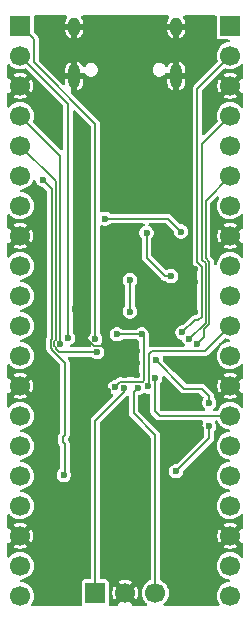
<source format=gbr>
%TF.GenerationSoftware,KiCad,Pcbnew,9.0.6*%
%TF.CreationDate,2025-11-22T23:37:21-05:00*%
%TF.ProjectId,DEVBOARD,44455642-4f41-4524-942e-6b696361645f,rev?*%
%TF.SameCoordinates,Original*%
%TF.FileFunction,Copper,L2,Bot*%
%TF.FilePolarity,Positive*%
%FSLAX46Y46*%
G04 Gerber Fmt 4.6, Leading zero omitted, Abs format (unit mm)*
G04 Created by KiCad (PCBNEW 9.0.6) date 2025-11-22 23:37:21*
%MOMM*%
%LPD*%
G01*
G04 APERTURE LIST*
%TA.AperFunction,HeatsinkPad*%
%ADD10O,1.000000X2.100000*%
%TD*%
%TA.AperFunction,HeatsinkPad*%
%ADD11O,1.000000X1.600000*%
%TD*%
%TA.AperFunction,ComponentPad*%
%ADD12R,1.700000X1.700000*%
%TD*%
%TA.AperFunction,ComponentPad*%
%ADD13C,1.700000*%
%TD*%
%TA.AperFunction,ViaPad*%
%ADD14C,0.600000*%
%TD*%
%TA.AperFunction,Conductor*%
%ADD15C,0.200000*%
%TD*%
G04 APERTURE END LIST*
D10*
%TO.P,J1,S1,SHIELD*%
%TO.N,GND*%
X99820000Y-60630000D03*
D11*
X99820000Y-56450000D03*
D10*
X91180000Y-60630000D03*
D11*
X91180000Y-56450000D03*
%TD*%
D12*
%TO.P,J2,1,Pin_1*%
%TO.N,GPIO0*%
X86610000Y-56370000D03*
D13*
%TO.P,J2,2,Pin_2*%
%TO.N,GPIO1*%
X86610000Y-58910000D03*
%TO.P,J2,3,Pin_3*%
%TO.N,GND*%
X86610000Y-61450000D03*
%TO.P,J2,4,Pin_4*%
%TO.N,GPIO2*%
X86610000Y-63990000D03*
%TO.P,J2,5,Pin_5*%
%TO.N,GPIO3*%
X86610000Y-66530000D03*
%TO.P,J2,6,Pin_6*%
%TO.N,GPIO4*%
X86610000Y-69070000D03*
%TO.P,J2,7,Pin_7*%
%TO.N,GPIO5*%
X86610000Y-71610000D03*
%TO.P,J2,8,Pin_8*%
%TO.N,GND*%
X86610000Y-74150000D03*
%TO.P,J2,9,Pin_9*%
%TO.N,GPIO6*%
X86610000Y-76690000D03*
%TO.P,J2,10,Pin_10*%
%TO.N,GPIO7*%
X86610000Y-79230000D03*
%TO.P,J2,11,Pin_11*%
%TO.N,GPIO8*%
X86610000Y-81770000D03*
%TO.P,J2,12,Pin_12*%
%TO.N,GPIO9*%
X86610000Y-84310000D03*
%TO.P,J2,13,Pin_13*%
%TO.N,GND*%
X86610000Y-86850000D03*
%TO.P,J2,14,Pin_14*%
%TO.N,GPIO10*%
X86610000Y-89390000D03*
%TO.P,J2,15,Pin_15*%
%TO.N,GPIO11*%
X86610000Y-91930000D03*
%TO.P,J2,16,Pin_16*%
%TO.N,GPIO12*%
X86610000Y-94470000D03*
%TO.P,J2,17,Pin_17*%
%TO.N,GPIO13*%
X86610000Y-97010000D03*
%TO.P,J2,18,Pin_18*%
%TO.N,GND*%
X86610000Y-99550000D03*
%TO.P,J2,19,Pin_19*%
%TO.N,GPIO14*%
X86610000Y-102090000D03*
%TO.P,J2,20,Pin_20*%
%TO.N,GPIO15*%
X86610000Y-104630000D03*
%TD*%
D12*
%TO.P,J3,1,Pin_1*%
%TO.N,VBUS*%
X104390000Y-56370000D03*
D13*
%TO.P,J3,2,Pin_2*%
%TO.N,GPIO29_ADC3*%
X104390000Y-58910000D03*
%TO.P,J3,3,Pin_3*%
%TO.N,GND*%
X104390000Y-61450000D03*
%TO.P,J3,4,Pin_4*%
%TO.N,GPIO28_ADC2*%
X104390000Y-63990000D03*
%TO.P,J3,5,Pin_5*%
%TO.N,+3V3*%
X104390000Y-66530000D03*
%TO.P,J3,6,Pin_6*%
%TO.N,GPIO27_ADC1*%
X104390000Y-69070000D03*
%TO.P,J3,7,Pin_7*%
%TO.N,GPIO26_ADC0*%
X104390000Y-71610000D03*
%TO.P,J3,8,Pin_8*%
%TO.N,GND*%
X104390000Y-74150000D03*
%TO.P,J3,9,Pin_9*%
%TO.N,GPIO24*%
X104390000Y-76690000D03*
%TO.P,J3,10,Pin_10*%
%TO.N,GPIO23*%
X104390000Y-79230000D03*
%TO.P,J3,11,Pin_11*%
%TO.N,RUN*%
X104390000Y-81770000D03*
%TO.P,J3,12,Pin_12*%
%TO.N,GPIO22*%
X104390000Y-84310000D03*
%TO.P,J3,13,Pin_13*%
%TO.N,GND*%
X104390000Y-86850000D03*
%TO.P,J3,14,Pin_14*%
%TO.N,GPIO21*%
X104390000Y-89390000D03*
%TO.P,J3,15,Pin_15*%
%TO.N,GPIO20*%
X104390000Y-91930000D03*
%TO.P,J3,16,Pin_16*%
%TO.N,GPIO19*%
X104390000Y-94470000D03*
%TO.P,J3,17,Pin_17*%
%TO.N,GPIO18*%
X104390000Y-97010000D03*
%TO.P,J3,18,Pin_18*%
%TO.N,GND*%
X104390000Y-99550000D03*
%TO.P,J3,19,Pin_19*%
%TO.N,GPIO17*%
X104390000Y-102090000D03*
%TO.P,J3,20,Pin_20*%
%TO.N,GPIO16*%
X104390000Y-104630000D03*
%TD*%
D12*
%TO.P,J4,1,Pin_1*%
%TO.N,SWCLK*%
X92960000Y-104390000D03*
D13*
%TO.P,J4,2,Pin_2*%
%TO.N,GND*%
X95500000Y-104390000D03*
%TO.P,J4,3,Pin_3*%
%TO.N,SWD*%
X98040000Y-104390000D03*
%TD*%
D14*
%TO.N,GND*%
X101900000Y-90500000D03*
X96500000Y-83937500D03*
X88200000Y-98500000D03*
X91500000Y-99100000D03*
X100100000Y-75000000D03*
X94500000Y-83937500D03*
X94400000Y-71600000D03*
X96500000Y-84937500D03*
X101400000Y-77000000D03*
X94000000Y-87300000D03*
X95500000Y-83937500D03*
X101700000Y-88400000D03*
X92370279Y-75177211D03*
X91900000Y-71500000D03*
X94500000Y-85937500D03*
X92100000Y-78700000D03*
X88300000Y-87700000D03*
X95500000Y-84937500D03*
X87900000Y-72700000D03*
X91270178Y-80368705D03*
X96500000Y-85937500D03*
X102700000Y-86300000D03*
X96800000Y-95400000D03*
X92200000Y-81700000D03*
X99500000Y-78800000D03*
X88800000Y-85700000D03*
X95400000Y-100100000D03*
X95500000Y-85937500D03*
X95800000Y-65800000D03*
X101800000Y-56400000D03*
X89000000Y-63700000D03*
X101400000Y-78100000D03*
X101800000Y-58700000D03*
X101400000Y-80600000D03*
X103500000Y-75400000D03*
X101900000Y-99100000D03*
X91400000Y-91300000D03*
X94600000Y-75200000D03*
X94500000Y-84937500D03*
X102500000Y-63300000D03*
X100800000Y-103700000D03*
%TO.N,+3V3*%
X95900000Y-77900000D03*
X95900000Y-80582730D03*
X97300000Y-73900000D03*
X99366048Y-77559257D03*
%TO.N,+1V1*%
X96900000Y-82500000D03*
X94626101Y-86986949D03*
X94800000Y-82500000D03*
%TO.N,VBUS*%
X88500000Y-69400000D03*
X90300000Y-94400000D03*
%TO.N,GPIO2*%
X90003000Y-83297000D03*
%TO.N,GPIO1*%
X90670178Y-82800000D03*
%TO.N,GPIO0*%
X92970279Y-82906431D03*
%TO.N,GPIO3*%
X93100000Y-84000000D03*
%TO.N,GPIO28_ADC2*%
X100923250Y-82874609D03*
%TO.N,GPIO29_ADC3*%
X100330692Y-82337135D03*
%TO.N,RUN*%
X97435213Y-86908488D03*
%TO.N,GPIO21*%
X98035213Y-86183837D03*
%TO.N,GPIO27_ADC1*%
X101575735Y-83337500D03*
%TO.N,SWD*%
X96544290Y-87037500D03*
%TO.N,SWCLK*%
X95410079Y-87036500D03*
%TO.N,QSPI_SS*%
X100225000Y-73800000D03*
X93800000Y-72700000D03*
%TO.N,GPIO25*%
X98100000Y-84705770D03*
X102600000Y-88300000D03*
X99800000Y-94100000D03*
X102600000Y-90300000D03*
%TD*%
D15*
%TO.N,GND*%
X92855327Y-83500000D02*
X94062500Y-83500000D01*
X91270178Y-80368705D02*
X91270178Y-79529822D01*
X92200000Y-81700000D02*
X92200000Y-82844673D01*
X92370279Y-75177211D02*
X92370279Y-78429721D01*
X94062500Y-83500000D02*
X94500000Y-83937500D01*
X91270178Y-79529822D02*
X92100000Y-78700000D01*
X92370279Y-78429721D02*
X92100000Y-78700000D01*
X92200000Y-82844673D02*
X92855327Y-83500000D01*
%TO.N,+3V3*%
X95900000Y-80582730D02*
X95900000Y-77900000D01*
X98859257Y-77559257D02*
X97300000Y-76000000D01*
X99366048Y-77559257D02*
X98859257Y-77559257D01*
X97300000Y-76000000D02*
X97300000Y-73900000D01*
%TO.N,+1V1*%
X95076550Y-86536500D02*
X96963500Y-86536500D01*
X97100000Y-86400000D02*
X97100000Y-82700000D01*
X94626101Y-86986949D02*
X95076550Y-86536500D01*
X97100000Y-82700000D02*
X96900000Y-82500000D01*
X96963500Y-86536500D02*
X97100000Y-86400000D01*
X94800000Y-82500000D02*
X96900000Y-82500000D01*
%TO.N,VBUS*%
X90199000Y-91192479D02*
X90199000Y-91607521D01*
X89810438Y-84301000D02*
X90400000Y-84890562D01*
X90400000Y-94300000D02*
X90300000Y-94400000D01*
X89775322Y-84301000D02*
X89810438Y-84301000D01*
X89299000Y-83727199D02*
X89299000Y-83824678D01*
X89299000Y-70199000D02*
X89299000Y-82866801D01*
X90400000Y-90991479D02*
X90199000Y-91192479D01*
X90199000Y-91607521D02*
X90400000Y-91808521D01*
X89299000Y-83824678D02*
X89775322Y-84301000D01*
X90400000Y-91808521D02*
X90400000Y-94300000D01*
X90400000Y-84890562D02*
X90400000Y-90991479D01*
X89201000Y-82964801D02*
X89201000Y-83629199D01*
X89201000Y-83629199D02*
X89299000Y-83727199D01*
X89299000Y-82866801D02*
X89201000Y-82964801D01*
X88500000Y-69400000D02*
X89299000Y-70199000D01*
%TO.N,GPIO2*%
X90003000Y-67383000D02*
X86610000Y-63990000D01*
X90003000Y-83297000D02*
X90003000Y-67383000D01*
%TO.N,GPIO1*%
X90670178Y-82800000D02*
X90670178Y-62970178D01*
X90670178Y-62970178D02*
X86610000Y-58910000D01*
%TO.N,GPIO0*%
X87761000Y-59461000D02*
X87761000Y-57521000D01*
X92970279Y-64670279D02*
X87761000Y-59461000D01*
X87761000Y-57521000D02*
X86610000Y-56370000D01*
X92970279Y-82906431D02*
X92970279Y-64670279D01*
%TO.N,GPIO3*%
X89502000Y-83504521D02*
X89502000Y-83089479D01*
X89502000Y-83089479D02*
X89600000Y-82991479D01*
X93100000Y-84000000D02*
X89900000Y-84000000D01*
X89600000Y-69520000D02*
X86610000Y-66530000D01*
X89900000Y-84000000D02*
X89600000Y-83700000D01*
X89600000Y-83700000D02*
X89600000Y-83602521D01*
X89600000Y-83602521D02*
X89502000Y-83504521D01*
X89600000Y-82991479D02*
X89600000Y-69520000D01*
%TO.N,GPIO28_ADC2*%
X102300000Y-76500000D02*
X102000000Y-76200000D01*
X102300000Y-81497858D02*
X102300000Y-76500000D01*
X102000000Y-66380000D02*
X104390000Y-63990000D01*
X100923250Y-82874609D02*
X102300000Y-81497858D01*
X102000000Y-76200000D02*
X102000000Y-66380000D01*
%TO.N,GPIO29_ADC3*%
X101999000Y-76799000D02*
X101999000Y-81001000D01*
X101999000Y-81001000D02*
X101700000Y-81300000D01*
X101600000Y-61700000D02*
X101600000Y-76400000D01*
X101367827Y-81300000D02*
X100330692Y-82337135D01*
X104390000Y-58910000D02*
X101600000Y-61700000D01*
X101700000Y-81300000D02*
X101367827Y-81300000D01*
X101600000Y-76400000D02*
X101999000Y-76799000D01*
%TO.N,RUN*%
X97435213Y-86908488D02*
X97500000Y-86843701D01*
X97761500Y-83938500D02*
X102221500Y-83938500D01*
X97500000Y-84200000D02*
X97761500Y-83938500D01*
X97500000Y-86843701D02*
X97500000Y-84200000D01*
X102221500Y-83938500D02*
X104390000Y-81770000D01*
%TO.N,GPIO21*%
X98035213Y-89015213D02*
X98410000Y-89390000D01*
X98410000Y-89390000D02*
X104390000Y-89390000D01*
X98035213Y-86183837D02*
X98035213Y-89015213D01*
%TO.N,GPIO27_ADC1*%
X102301000Y-71199000D02*
X104390000Y-69110000D01*
X102301000Y-76075322D02*
X102301000Y-71199000D01*
X102601000Y-76375322D02*
X102301000Y-76075322D01*
X102601000Y-81622537D02*
X102601000Y-76375322D01*
X101575735Y-83337500D02*
X102200000Y-82713235D01*
X102200000Y-82023537D02*
X102601000Y-81622537D01*
X104390000Y-69110000D02*
X104390000Y-69070000D01*
X102200000Y-82713235D02*
X102200000Y-82023537D01*
%TO.N,SWD*%
X96200000Y-87381790D02*
X96200000Y-89200000D01*
X96544290Y-87037500D02*
X96200000Y-87381790D01*
X98040000Y-91040000D02*
X98040000Y-104390000D01*
X96200000Y-89200000D02*
X98040000Y-91040000D01*
%TO.N,SWCLK*%
X95410079Y-87354420D02*
X92960000Y-89804499D01*
X95410079Y-87036500D02*
X95410079Y-87354420D01*
X92960000Y-89804499D02*
X92960000Y-104390000D01*
%TO.N,QSPI_SS*%
X100225000Y-73800000D02*
X99125000Y-72700000D01*
X94000000Y-72700000D02*
X93800000Y-72700000D01*
X99125000Y-72700000D02*
X94000000Y-72700000D01*
%TO.N,GPIO25*%
X98100000Y-84705770D02*
X100494230Y-87100000D01*
X102600000Y-87700000D02*
X102600000Y-88300000D01*
X100494230Y-87100000D02*
X102000000Y-87100000D01*
X102600000Y-91300000D02*
X99800000Y-94100000D01*
X102600000Y-90300000D02*
X102600000Y-91300000D01*
X102000000Y-87100000D02*
X102600000Y-87700000D01*
%TD*%
%TA.AperFunction,Conductor*%
%TO.N,GND*%
G36*
X90547016Y-55520185D02*
G01*
X90592771Y-55572989D01*
X90602715Y-55642147D01*
X90583079Y-55693391D01*
X90515362Y-55794735D01*
X90515357Y-55794745D01*
X90458822Y-55931232D01*
X90458820Y-55931240D01*
X90430000Y-56076126D01*
X90430000Y-56200000D01*
X90880000Y-56200000D01*
X90880000Y-56700000D01*
X90430000Y-56700000D01*
X90430000Y-56823873D01*
X90458820Y-56968759D01*
X90458822Y-56968767D01*
X90515357Y-57105254D01*
X90515362Y-57105264D01*
X90597436Y-57228096D01*
X90597439Y-57228100D01*
X90701899Y-57332560D01*
X90701907Y-57332566D01*
X90824739Y-57414640D01*
X90824743Y-57414642D01*
X90929999Y-57458240D01*
X90930000Y-57458240D01*
X90930000Y-56916988D01*
X90939940Y-56934205D01*
X90995795Y-56990060D01*
X91064204Y-57029556D01*
X91140504Y-57050000D01*
X91219496Y-57050000D01*
X91295796Y-57029556D01*
X91364205Y-56990060D01*
X91420060Y-56934205D01*
X91430000Y-56916988D01*
X91430000Y-57458240D01*
X91535256Y-57414642D01*
X91535260Y-57414640D01*
X91658092Y-57332566D01*
X91658100Y-57332560D01*
X91762560Y-57228100D01*
X91762563Y-57228096D01*
X91844637Y-57105264D01*
X91844642Y-57105254D01*
X91901177Y-56968767D01*
X91901179Y-56968759D01*
X91929999Y-56823873D01*
X91930000Y-56823871D01*
X91930000Y-56700000D01*
X91480000Y-56700000D01*
X91480000Y-56200000D01*
X91930000Y-56200000D01*
X91930000Y-56076128D01*
X91929999Y-56076126D01*
X91901179Y-55931240D01*
X91901177Y-55931232D01*
X91844642Y-55794745D01*
X91844637Y-55794735D01*
X91776921Y-55693391D01*
X91756043Y-55626713D01*
X91774528Y-55559333D01*
X91826506Y-55512643D01*
X91880023Y-55500500D01*
X99119977Y-55500500D01*
X99187016Y-55520185D01*
X99232771Y-55572989D01*
X99242715Y-55642147D01*
X99223079Y-55693391D01*
X99155362Y-55794735D01*
X99155357Y-55794745D01*
X99098822Y-55931232D01*
X99098820Y-55931240D01*
X99070000Y-56076126D01*
X99070000Y-56200000D01*
X99520000Y-56200000D01*
X99520000Y-56700000D01*
X99070000Y-56700000D01*
X99070000Y-56823873D01*
X99098820Y-56968759D01*
X99098822Y-56968767D01*
X99155357Y-57105254D01*
X99155362Y-57105264D01*
X99237436Y-57228096D01*
X99237439Y-57228100D01*
X99341899Y-57332560D01*
X99341907Y-57332566D01*
X99464739Y-57414640D01*
X99464743Y-57414642D01*
X99569999Y-57458240D01*
X99570000Y-57458240D01*
X99570000Y-56916988D01*
X99579940Y-56934205D01*
X99635795Y-56990060D01*
X99704204Y-57029556D01*
X99780504Y-57050000D01*
X99859496Y-57050000D01*
X99935796Y-57029556D01*
X100004205Y-56990060D01*
X100060060Y-56934205D01*
X100070000Y-56916988D01*
X100070000Y-57458240D01*
X100175256Y-57414642D01*
X100175260Y-57414640D01*
X100298092Y-57332566D01*
X100298100Y-57332560D01*
X100402560Y-57228100D01*
X100402563Y-57228096D01*
X100484637Y-57105264D01*
X100484642Y-57105254D01*
X100541177Y-56968767D01*
X100541179Y-56968759D01*
X100569999Y-56823873D01*
X100570000Y-56823871D01*
X100570000Y-56700000D01*
X100120000Y-56700000D01*
X100120000Y-56200000D01*
X100570000Y-56200000D01*
X100570000Y-56076128D01*
X100569999Y-56076126D01*
X100541179Y-55931240D01*
X100541177Y-55931232D01*
X100484642Y-55794745D01*
X100484637Y-55794735D01*
X100416921Y-55693391D01*
X100396043Y-55626713D01*
X100414528Y-55559333D01*
X100466506Y-55512643D01*
X100520023Y-55500500D01*
X103115500Y-55500500D01*
X103182539Y-55520185D01*
X103228294Y-55572989D01*
X103239500Y-55624500D01*
X103239500Y-57264856D01*
X103239502Y-57264882D01*
X103242413Y-57289987D01*
X103242415Y-57289991D01*
X103287793Y-57392764D01*
X103287794Y-57392765D01*
X103367235Y-57472206D01*
X103470009Y-57517585D01*
X103495135Y-57520500D01*
X104232873Y-57520499D01*
X104299910Y-57540183D01*
X104345665Y-57592987D01*
X104355609Y-57662146D01*
X104326584Y-57725702D01*
X104267806Y-57763476D01*
X104252270Y-57766972D01*
X104120589Y-57787829D01*
X103948363Y-57843787D01*
X103948360Y-57843788D01*
X103787002Y-57926006D01*
X103640505Y-58032441D01*
X103640500Y-58032445D01*
X103512445Y-58160500D01*
X103512441Y-58160505D01*
X103406006Y-58307002D01*
X103323788Y-58468360D01*
X103323787Y-58468363D01*
X103267829Y-58640589D01*
X103239500Y-58819448D01*
X103239500Y-59000551D01*
X103267829Y-59179410D01*
X103314575Y-59323281D01*
X103316570Y-59393122D01*
X103284325Y-59449280D01*
X101279522Y-61454084D01*
X101279518Y-61454090D01*
X101226792Y-61545412D01*
X101226793Y-61545413D01*
X101199500Y-61647273D01*
X101199500Y-76452726D01*
X101226793Y-76554589D01*
X101252693Y-76599448D01*
X101279520Y-76645913D01*
X101279522Y-76645915D01*
X101562181Y-76928574D01*
X101595666Y-76989897D01*
X101598500Y-77016255D01*
X101598500Y-80775500D01*
X101578815Y-80842539D01*
X101526011Y-80888294D01*
X101474500Y-80899500D01*
X101315100Y-80899500D01*
X101213240Y-80926793D01*
X101213239Y-80926793D01*
X101213237Y-80926794D01*
X101213234Y-80926795D01*
X101170541Y-80951445D01*
X101170540Y-80951446D01*
X101146227Y-80965483D01*
X101121915Y-80979519D01*
X101121912Y-80979521D01*
X100401118Y-81700316D01*
X100339795Y-81733801D01*
X100313437Y-81736635D01*
X100251635Y-81736635D01*
X100098908Y-81777558D01*
X100098901Y-81777561D01*
X99961982Y-81856610D01*
X99961974Y-81856616D01*
X99850173Y-81968417D01*
X99850167Y-81968425D01*
X99771118Y-82105344D01*
X99771115Y-82105351D01*
X99730192Y-82258078D01*
X99730192Y-82416192D01*
X99762754Y-82537713D01*
X99771115Y-82568918D01*
X99771118Y-82568925D01*
X99850167Y-82705844D01*
X99850171Y-82705849D01*
X99850172Y-82705851D01*
X99961976Y-82817655D01*
X99961978Y-82817656D01*
X99961982Y-82817659D01*
X100068328Y-82879057D01*
X100098908Y-82896712D01*
X100251635Y-82937635D01*
X100251637Y-82937635D01*
X100254470Y-82938394D01*
X100314131Y-82974759D01*
X100342152Y-83026075D01*
X100363673Y-83106394D01*
X100363676Y-83106399D01*
X100442725Y-83243318D01*
X100442731Y-83243326D01*
X100525724Y-83326319D01*
X100559209Y-83387642D01*
X100554225Y-83457334D01*
X100512353Y-83513267D01*
X100446889Y-83537684D01*
X100438043Y-83538000D01*
X97708771Y-83538000D01*
X97656592Y-83551981D01*
X97586742Y-83550317D01*
X97528880Y-83511154D01*
X97501377Y-83446925D01*
X97500500Y-83432206D01*
X97500500Y-82764699D01*
X97500500Y-82752730D01*
X97500501Y-82752727D01*
X97500501Y-82647273D01*
X97496253Y-82631423D01*
X97495798Y-82617111D01*
X97499961Y-82601056D01*
X97499961Y-82587182D01*
X97499439Y-82587114D01*
X97499961Y-82583142D01*
X97499962Y-82581064D01*
X97500500Y-82579057D01*
X97500500Y-82420943D01*
X97459577Y-82268216D01*
X97414090Y-82189429D01*
X97380524Y-82131290D01*
X97380518Y-82131282D01*
X97268717Y-82019481D01*
X97268709Y-82019475D01*
X97131790Y-81940426D01*
X97131786Y-81940424D01*
X97131784Y-81940423D01*
X96979057Y-81899500D01*
X96820943Y-81899500D01*
X96668216Y-81940423D01*
X96668209Y-81940426D01*
X96531290Y-82019475D01*
X96531282Y-82019481D01*
X96487583Y-82063181D01*
X96426260Y-82096666D01*
X96399902Y-82099500D01*
X95300098Y-82099500D01*
X95233059Y-82079815D01*
X95212417Y-82063181D01*
X95168717Y-82019481D01*
X95168709Y-82019475D01*
X95031790Y-81940426D01*
X95031786Y-81940424D01*
X95031784Y-81940423D01*
X94879057Y-81899500D01*
X94720943Y-81899500D01*
X94568216Y-81940423D01*
X94568209Y-81940426D01*
X94431290Y-82019475D01*
X94431282Y-82019481D01*
X94319481Y-82131282D01*
X94319475Y-82131290D01*
X94240426Y-82268209D01*
X94240423Y-82268216D01*
X94199500Y-82420943D01*
X94199500Y-82579057D01*
X94236334Y-82716521D01*
X94240423Y-82731783D01*
X94240426Y-82731790D01*
X94319475Y-82868709D01*
X94319479Y-82868714D01*
X94319480Y-82868716D01*
X94431284Y-82980520D01*
X94431286Y-82980521D01*
X94431290Y-82980524D01*
X94520087Y-83031790D01*
X94568216Y-83059577D01*
X94720943Y-83100500D01*
X94720945Y-83100500D01*
X94879055Y-83100500D01*
X94879057Y-83100500D01*
X95031784Y-83059577D01*
X95168716Y-82980520D01*
X95212417Y-82936819D01*
X95273740Y-82903334D01*
X95300098Y-82900500D01*
X96399902Y-82900500D01*
X96466941Y-82920185D01*
X96471710Y-82923408D01*
X96480208Y-82929444D01*
X96531284Y-82980520D01*
X96642554Y-83044761D01*
X96647308Y-83048138D01*
X96665469Y-83071176D01*
X96685715Y-83092409D01*
X96687274Y-83098836D01*
X96690563Y-83103008D01*
X96692071Y-83118610D01*
X96699500Y-83149230D01*
X96699500Y-86012000D01*
X96679815Y-86079039D01*
X96627011Y-86124794D01*
X96575500Y-86136000D01*
X95023823Y-86136000D01*
X94921960Y-86163293D01*
X94830637Y-86216020D01*
X94830634Y-86216022D01*
X94696527Y-86350130D01*
X94635204Y-86383615D01*
X94608846Y-86386449D01*
X94547044Y-86386449D01*
X94394317Y-86427372D01*
X94394310Y-86427375D01*
X94257391Y-86506424D01*
X94257383Y-86506430D01*
X94145582Y-86618231D01*
X94145576Y-86618239D01*
X94066527Y-86755158D01*
X94066524Y-86755165D01*
X94025601Y-86907892D01*
X94025601Y-87066005D01*
X94066524Y-87218732D01*
X94066527Y-87218739D01*
X94145576Y-87355658D01*
X94145580Y-87355663D01*
X94145581Y-87355665D01*
X94257385Y-87467469D01*
X94257387Y-87467470D01*
X94257391Y-87467473D01*
X94363394Y-87528673D01*
X94394317Y-87546526D01*
X94394324Y-87546528D01*
X94401824Y-87549635D01*
X94400824Y-87552048D01*
X94449422Y-87581674D01*
X94479948Y-87644522D01*
X94471650Y-87713897D01*
X94445345Y-87752760D01*
X92639522Y-89558583D01*
X92639518Y-89558589D01*
X92586792Y-89649911D01*
X92586793Y-89649912D01*
X92559500Y-89751772D01*
X92559500Y-103115500D01*
X92539815Y-103182539D01*
X92487011Y-103228294D01*
X92435500Y-103239500D01*
X92065143Y-103239500D01*
X92065117Y-103239502D01*
X92040012Y-103242413D01*
X92040008Y-103242415D01*
X91937235Y-103287793D01*
X91857794Y-103367234D01*
X91812415Y-103470006D01*
X91812415Y-103470008D01*
X91809500Y-103495131D01*
X91809500Y-105284856D01*
X91809502Y-105284882D01*
X91812413Y-105309986D01*
X91812414Y-105309990D01*
X91812415Y-105309991D01*
X91819225Y-105325414D01*
X91828297Y-105394690D01*
X91798475Y-105457876D01*
X91739226Y-105494907D01*
X91705791Y-105499500D01*
X87643733Y-105499500D01*
X87576694Y-105479815D01*
X87530939Y-105427011D01*
X87520995Y-105357853D01*
X87543414Y-105302615D01*
X87568887Y-105267554D01*
X87593996Y-105232994D01*
X87676211Y-105071639D01*
X87732171Y-104899409D01*
X87749484Y-104790099D01*
X87760500Y-104720551D01*
X87760500Y-104539448D01*
X87736829Y-104390001D01*
X87732171Y-104360591D01*
X87704191Y-104274476D01*
X87676212Y-104188363D01*
X87676211Y-104188360D01*
X87622523Y-104082993D01*
X87593996Y-104027006D01*
X87567038Y-103989901D01*
X87487558Y-103880505D01*
X87487554Y-103880500D01*
X87359499Y-103752445D01*
X87359494Y-103752441D01*
X87212997Y-103646006D01*
X87212996Y-103646005D01*
X87212994Y-103646004D01*
X87161300Y-103619664D01*
X87051639Y-103563788D01*
X87051636Y-103563787D01*
X86879410Y-103507829D01*
X86719321Y-103482473D01*
X86656186Y-103452544D01*
X86619255Y-103393232D01*
X86620253Y-103323370D01*
X86658863Y-103265137D01*
X86719321Y-103237527D01*
X86789425Y-103226422D01*
X86879409Y-103212171D01*
X87051639Y-103156211D01*
X87212994Y-103073996D01*
X87359501Y-102967553D01*
X87487553Y-102839501D01*
X87593996Y-102692994D01*
X87676211Y-102531639D01*
X87732171Y-102359409D01*
X87746765Y-102267259D01*
X87760500Y-102180551D01*
X87760500Y-101999448D01*
X87744019Y-101895397D01*
X87732171Y-101820591D01*
X87676211Y-101648361D01*
X87676211Y-101648360D01*
X87647740Y-101592484D01*
X87593996Y-101487006D01*
X87531401Y-101400851D01*
X87487558Y-101340505D01*
X87487554Y-101340500D01*
X87359499Y-101212445D01*
X87359494Y-101212441D01*
X87212997Y-101106006D01*
X87212996Y-101106005D01*
X87212994Y-101106004D01*
X87161300Y-101079664D01*
X87051639Y-101023788D01*
X87051636Y-101023787D01*
X86879410Y-100967829D01*
X86700551Y-100939500D01*
X86700546Y-100939500D01*
X86519454Y-100939500D01*
X86519449Y-100939500D01*
X86340589Y-100967829D01*
X86168363Y-101023787D01*
X86168360Y-101023788D01*
X86007002Y-101106006D01*
X85860505Y-101212441D01*
X85860500Y-101212445D01*
X85732445Y-101340500D01*
X85732441Y-101340505D01*
X85724818Y-101350998D01*
X85669488Y-101393664D01*
X85599875Y-101399643D01*
X85538080Y-101367037D01*
X85503723Y-101306199D01*
X85500500Y-101278113D01*
X85500500Y-100253247D01*
X85520185Y-100186208D01*
X85572989Y-100140453D01*
X85634231Y-100129629D01*
X85673710Y-100132736D01*
X86127037Y-99679409D01*
X86144075Y-99742993D01*
X86209901Y-99857007D01*
X86302993Y-99950099D01*
X86417007Y-100015925D01*
X86480589Y-100032962D01*
X86027261Y-100486289D01*
X86027262Y-100486290D01*
X86033471Y-100490801D01*
X86187742Y-100569408D01*
X86352415Y-100622914D01*
X86523429Y-100650000D01*
X86696571Y-100650000D01*
X86867584Y-100622914D01*
X87032257Y-100569408D01*
X87186525Y-100490803D01*
X87192736Y-100486289D01*
X87192737Y-100486289D01*
X86739410Y-100032962D01*
X86802993Y-100015925D01*
X86917007Y-99950099D01*
X87010099Y-99857007D01*
X87075925Y-99742993D01*
X87092962Y-99679410D01*
X87546289Y-100132737D01*
X87546289Y-100132736D01*
X87550803Y-100126525D01*
X87629408Y-99972257D01*
X87682914Y-99807584D01*
X87710000Y-99636571D01*
X87710000Y-99463428D01*
X87682914Y-99292415D01*
X87629408Y-99127742D01*
X87550801Y-98973471D01*
X87546290Y-98967262D01*
X87546289Y-98967261D01*
X87092962Y-99420589D01*
X87075925Y-99357007D01*
X87010099Y-99242993D01*
X86917007Y-99149901D01*
X86802993Y-99084075D01*
X86739409Y-99067037D01*
X87192737Y-98613709D01*
X87186525Y-98609196D01*
X87032259Y-98530592D01*
X86867584Y-98477085D01*
X86696571Y-98450000D01*
X86523429Y-98450000D01*
X86352415Y-98477085D01*
X86187740Y-98530592D01*
X86033480Y-98609193D01*
X86033463Y-98609203D01*
X86027261Y-98613708D01*
X86027261Y-98613709D01*
X86480590Y-99067037D01*
X86417007Y-99084075D01*
X86302993Y-99149901D01*
X86209901Y-99242993D01*
X86144075Y-99357007D01*
X86127037Y-99420590D01*
X85673709Y-98967261D01*
X85634235Y-98970370D01*
X85620622Y-98967511D01*
X85606853Y-98969491D01*
X85587104Y-98960472D01*
X85565857Y-98956010D01*
X85555950Y-98946244D01*
X85543297Y-98940466D01*
X85531559Y-98922201D01*
X85516098Y-98906961D01*
X85512270Y-98892187D01*
X85505523Y-98881688D01*
X85500500Y-98846753D01*
X85500500Y-97821886D01*
X85520185Y-97754847D01*
X85572989Y-97709092D01*
X85642147Y-97699148D01*
X85705703Y-97728173D01*
X85724821Y-97749004D01*
X85732446Y-97759500D01*
X85860500Y-97887554D01*
X85860505Y-97887558D01*
X85988287Y-97980396D01*
X86007006Y-97993996D01*
X86112484Y-98047740D01*
X86168360Y-98076211D01*
X86168363Y-98076212D01*
X86254476Y-98104191D01*
X86340591Y-98132171D01*
X86423429Y-98145291D01*
X86519449Y-98160500D01*
X86519454Y-98160500D01*
X86700551Y-98160500D01*
X86787259Y-98146765D01*
X86879409Y-98132171D01*
X87051639Y-98076211D01*
X87212994Y-97993996D01*
X87359501Y-97887553D01*
X87487553Y-97759501D01*
X87593996Y-97612994D01*
X87676211Y-97451639D01*
X87732171Y-97279409D01*
X87746765Y-97187259D01*
X87760500Y-97100551D01*
X87760500Y-96919448D01*
X87744019Y-96815397D01*
X87732171Y-96740591D01*
X87676211Y-96568361D01*
X87676211Y-96568360D01*
X87647740Y-96512484D01*
X87593996Y-96407006D01*
X87531401Y-96320851D01*
X87487558Y-96260505D01*
X87487554Y-96260500D01*
X87359499Y-96132445D01*
X87359494Y-96132441D01*
X87212997Y-96026006D01*
X87212996Y-96026005D01*
X87212994Y-96026004D01*
X87161300Y-95999664D01*
X87051639Y-95943788D01*
X87051636Y-95943787D01*
X86879410Y-95887829D01*
X86719321Y-95862473D01*
X86656186Y-95832544D01*
X86619255Y-95773232D01*
X86620253Y-95703370D01*
X86658863Y-95645137D01*
X86719321Y-95617527D01*
X86789425Y-95606422D01*
X86879409Y-95592171D01*
X87051639Y-95536211D01*
X87212994Y-95453996D01*
X87359501Y-95347553D01*
X87487553Y-95219501D01*
X87593996Y-95072994D01*
X87676211Y-94911639D01*
X87732171Y-94739409D01*
X87757336Y-94580524D01*
X87760500Y-94560551D01*
X87760500Y-94379448D01*
X87744019Y-94275397D01*
X87732171Y-94200591D01*
X87704191Y-94114476D01*
X87676212Y-94028363D01*
X87676211Y-94028360D01*
X87620730Y-93919475D01*
X87593996Y-93867006D01*
X87531401Y-93780851D01*
X87487558Y-93720505D01*
X87487554Y-93720500D01*
X87359499Y-93592445D01*
X87359494Y-93592441D01*
X87212997Y-93486006D01*
X87212996Y-93486005D01*
X87212994Y-93486004D01*
X87161300Y-93459664D01*
X87051639Y-93403788D01*
X87051636Y-93403787D01*
X86879410Y-93347829D01*
X86719321Y-93322473D01*
X86656186Y-93292544D01*
X86619255Y-93233232D01*
X86620253Y-93163370D01*
X86658863Y-93105137D01*
X86719321Y-93077527D01*
X86789425Y-93066422D01*
X86879409Y-93052171D01*
X87051639Y-92996211D01*
X87212994Y-92913996D01*
X87359501Y-92807553D01*
X87487553Y-92679501D01*
X87593996Y-92532994D01*
X87676211Y-92371639D01*
X87732171Y-92199409D01*
X87759672Y-92025776D01*
X87760500Y-92020551D01*
X87760500Y-91839448D01*
X87744019Y-91735397D01*
X87732171Y-91660591D01*
X87694911Y-91545915D01*
X87676212Y-91488363D01*
X87676211Y-91488360D01*
X87644619Y-91426358D01*
X87593996Y-91327006D01*
X87531401Y-91240851D01*
X87487558Y-91180505D01*
X87487554Y-91180500D01*
X87359499Y-91052445D01*
X87359494Y-91052441D01*
X87212997Y-90946006D01*
X87212996Y-90946005D01*
X87212994Y-90946004D01*
X87161300Y-90919664D01*
X87051639Y-90863788D01*
X87051636Y-90863787D01*
X86879410Y-90807829D01*
X86719321Y-90782473D01*
X86656186Y-90752544D01*
X86619255Y-90693232D01*
X86620253Y-90623370D01*
X86658863Y-90565137D01*
X86719321Y-90537527D01*
X86789425Y-90526422D01*
X86879409Y-90512171D01*
X87051639Y-90456211D01*
X87212994Y-90373996D01*
X87359501Y-90267553D01*
X87487553Y-90139501D01*
X87593996Y-89992994D01*
X87676211Y-89831639D01*
X87732171Y-89659409D01*
X87748140Y-89558583D01*
X87760500Y-89480551D01*
X87760500Y-89299448D01*
X87736397Y-89147273D01*
X87732171Y-89120591D01*
X87685462Y-88976832D01*
X87676212Y-88948363D01*
X87676211Y-88948360D01*
X87630973Y-88859577D01*
X87593996Y-88787006D01*
X87531401Y-88700851D01*
X87487558Y-88640505D01*
X87487554Y-88640500D01*
X87359499Y-88512445D01*
X87359494Y-88512441D01*
X87212997Y-88406006D01*
X87212996Y-88406005D01*
X87212994Y-88406004D01*
X87160104Y-88379055D01*
X87051639Y-88323788D01*
X87051636Y-88323787D01*
X86879410Y-88267829D01*
X86700551Y-88239500D01*
X86700546Y-88239500D01*
X86519454Y-88239500D01*
X86519449Y-88239500D01*
X86340589Y-88267829D01*
X86168363Y-88323787D01*
X86168360Y-88323788D01*
X86007002Y-88406006D01*
X85860505Y-88512441D01*
X85860500Y-88512445D01*
X85732445Y-88640500D01*
X85732441Y-88640505D01*
X85724818Y-88650998D01*
X85669488Y-88693664D01*
X85599875Y-88699643D01*
X85538080Y-88667037D01*
X85503723Y-88606199D01*
X85500500Y-88578113D01*
X85500500Y-87553247D01*
X85520185Y-87486208D01*
X85572989Y-87440453D01*
X85634231Y-87429629D01*
X85673710Y-87432736D01*
X86127037Y-86979409D01*
X86144075Y-87042993D01*
X86209901Y-87157007D01*
X86302993Y-87250099D01*
X86417007Y-87315925D01*
X86480589Y-87332962D01*
X86027261Y-87786289D01*
X86027262Y-87786290D01*
X86033471Y-87790801D01*
X86187742Y-87869408D01*
X86352415Y-87922914D01*
X86523429Y-87950000D01*
X86696571Y-87950000D01*
X86867584Y-87922914D01*
X87032257Y-87869408D01*
X87186525Y-87790803D01*
X87192736Y-87786289D01*
X87192737Y-87786289D01*
X86739410Y-87332962D01*
X86802993Y-87315925D01*
X86917007Y-87250099D01*
X87010099Y-87157007D01*
X87075925Y-87042993D01*
X87092962Y-86979410D01*
X87546289Y-87432737D01*
X87546289Y-87432736D01*
X87550803Y-87426525D01*
X87629408Y-87272257D01*
X87682914Y-87107584D01*
X87710000Y-86936571D01*
X87710000Y-86763428D01*
X87682914Y-86592415D01*
X87629408Y-86427742D01*
X87550801Y-86273471D01*
X87546290Y-86267262D01*
X87546289Y-86267261D01*
X87092962Y-86720589D01*
X87075925Y-86657007D01*
X87010099Y-86542993D01*
X86917007Y-86449901D01*
X86802993Y-86384075D01*
X86739409Y-86367037D01*
X87192737Y-85913709D01*
X87186525Y-85909196D01*
X87032259Y-85830592D01*
X86867584Y-85777085D01*
X86696571Y-85750000D01*
X86523429Y-85750000D01*
X86352415Y-85777085D01*
X86187740Y-85830592D01*
X86033480Y-85909193D01*
X86033463Y-85909203D01*
X86027261Y-85913708D01*
X86027261Y-85913709D01*
X86480590Y-86367037D01*
X86417007Y-86384075D01*
X86302993Y-86449901D01*
X86209901Y-86542993D01*
X86144075Y-86657007D01*
X86127037Y-86720590D01*
X85673709Y-86267261D01*
X85634235Y-86270370D01*
X85620622Y-86267511D01*
X85606853Y-86269491D01*
X85587104Y-86260472D01*
X85565857Y-86256010D01*
X85555950Y-86246244D01*
X85543297Y-86240466D01*
X85531559Y-86222201D01*
X85516098Y-86206961D01*
X85512270Y-86192187D01*
X85505523Y-86181688D01*
X85500500Y-86146753D01*
X85500500Y-85121886D01*
X85520185Y-85054847D01*
X85572989Y-85009092D01*
X85642147Y-84999148D01*
X85705703Y-85028173D01*
X85724821Y-85049004D01*
X85732446Y-85059500D01*
X85860500Y-85187554D01*
X85860505Y-85187558D01*
X85979480Y-85273997D01*
X86007006Y-85293996D01*
X86112484Y-85347740D01*
X86168360Y-85376211D01*
X86168363Y-85376212D01*
X86254476Y-85404191D01*
X86340591Y-85432171D01*
X86423429Y-85445291D01*
X86519449Y-85460500D01*
X86519454Y-85460500D01*
X86700551Y-85460500D01*
X86787259Y-85446765D01*
X86879409Y-85432171D01*
X87051639Y-85376211D01*
X87212994Y-85293996D01*
X87359501Y-85187553D01*
X87487553Y-85059501D01*
X87593996Y-84912994D01*
X87676211Y-84751639D01*
X87732171Y-84579409D01*
X87754755Y-84436819D01*
X87760500Y-84400551D01*
X87760500Y-84219448D01*
X87738263Y-84079055D01*
X87732171Y-84040591D01*
X87678405Y-83875114D01*
X87676212Y-83868363D01*
X87676211Y-83868360D01*
X87647740Y-83812484D01*
X87593996Y-83707006D01*
X87540306Y-83633107D01*
X87487558Y-83560505D01*
X87487554Y-83560500D01*
X87359499Y-83432445D01*
X87359494Y-83432441D01*
X87212997Y-83326006D01*
X87212996Y-83326005D01*
X87212994Y-83326004D01*
X87161300Y-83299664D01*
X87051639Y-83243788D01*
X87051636Y-83243787D01*
X86879410Y-83187829D01*
X86719321Y-83162473D01*
X86656186Y-83132544D01*
X86619255Y-83073232D01*
X86620253Y-83003370D01*
X86658863Y-82945137D01*
X86719321Y-82917527D01*
X86789425Y-82906422D01*
X86879409Y-82892171D01*
X87051639Y-82836211D01*
X87212994Y-82753996D01*
X87359501Y-82647553D01*
X87487553Y-82519501D01*
X87593996Y-82372994D01*
X87676211Y-82211639D01*
X87732171Y-82039409D01*
X87747849Y-81940423D01*
X87760500Y-81860551D01*
X87760500Y-81679448D01*
X87743134Y-81569810D01*
X87732171Y-81500591D01*
X87676211Y-81328361D01*
X87676211Y-81328360D01*
X87647740Y-81272484D01*
X87593996Y-81167006D01*
X87576051Y-81142307D01*
X87487558Y-81020505D01*
X87487554Y-81020500D01*
X87359499Y-80892445D01*
X87359494Y-80892441D01*
X87212997Y-80786006D01*
X87212996Y-80786005D01*
X87212994Y-80786004D01*
X87161300Y-80759664D01*
X87051639Y-80703788D01*
X87051636Y-80703787D01*
X86879410Y-80647829D01*
X86719321Y-80622473D01*
X86656186Y-80592544D01*
X86619255Y-80533232D01*
X86620253Y-80463370D01*
X86658863Y-80405137D01*
X86719321Y-80377527D01*
X86789425Y-80366422D01*
X86879409Y-80352171D01*
X87051639Y-80296211D01*
X87212994Y-80213996D01*
X87359501Y-80107553D01*
X87487553Y-79979501D01*
X87593996Y-79832994D01*
X87676211Y-79671639D01*
X87732171Y-79499409D01*
X87748954Y-79393444D01*
X87760500Y-79320551D01*
X87760500Y-79139448D01*
X87744019Y-79035397D01*
X87732171Y-78960591D01*
X87676211Y-78788361D01*
X87676211Y-78788360D01*
X87647740Y-78732484D01*
X87593996Y-78627006D01*
X87531401Y-78540851D01*
X87487558Y-78480505D01*
X87487554Y-78480500D01*
X87359499Y-78352445D01*
X87359494Y-78352441D01*
X87212997Y-78246006D01*
X87212996Y-78246005D01*
X87212994Y-78246004D01*
X87161300Y-78219664D01*
X87051639Y-78163788D01*
X87051636Y-78163787D01*
X86879410Y-78107829D01*
X86719321Y-78082473D01*
X86656186Y-78052544D01*
X86619255Y-77993232D01*
X86620253Y-77923370D01*
X86658863Y-77865137D01*
X86719321Y-77837527D01*
X86789425Y-77826422D01*
X86879409Y-77812171D01*
X87051639Y-77756211D01*
X87212994Y-77673996D01*
X87359501Y-77567553D01*
X87487553Y-77439501D01*
X87593996Y-77292994D01*
X87676211Y-77131639D01*
X87732171Y-76959409D01*
X87748954Y-76853444D01*
X87760500Y-76780551D01*
X87760500Y-76599448D01*
X87744019Y-76495397D01*
X87732171Y-76420591D01*
X87676211Y-76248361D01*
X87676211Y-76248360D01*
X87676209Y-76248356D01*
X87615603Y-76129412D01*
X87593996Y-76087006D01*
X87531401Y-76000851D01*
X87487558Y-75940505D01*
X87487554Y-75940500D01*
X87359499Y-75812445D01*
X87359494Y-75812441D01*
X87212997Y-75706006D01*
X87212996Y-75706005D01*
X87212994Y-75706004D01*
X87161300Y-75679664D01*
X87051639Y-75623788D01*
X87051636Y-75623787D01*
X86879410Y-75567829D01*
X86700551Y-75539500D01*
X86700546Y-75539500D01*
X86519454Y-75539500D01*
X86519449Y-75539500D01*
X86340589Y-75567829D01*
X86168363Y-75623787D01*
X86168360Y-75623788D01*
X86007002Y-75706006D01*
X85860505Y-75812441D01*
X85860500Y-75812445D01*
X85732445Y-75940500D01*
X85732441Y-75940505D01*
X85724818Y-75950998D01*
X85669488Y-75993664D01*
X85599875Y-75999643D01*
X85538080Y-75967037D01*
X85503723Y-75906199D01*
X85500500Y-75878113D01*
X85500500Y-74853247D01*
X85520185Y-74786208D01*
X85572989Y-74740453D01*
X85634231Y-74729629D01*
X85673710Y-74732736D01*
X86127037Y-74279409D01*
X86144075Y-74342993D01*
X86209901Y-74457007D01*
X86302993Y-74550099D01*
X86417007Y-74615925D01*
X86480589Y-74632962D01*
X86027261Y-75086289D01*
X86027262Y-75086290D01*
X86033471Y-75090801D01*
X86187742Y-75169408D01*
X86352415Y-75222914D01*
X86523429Y-75250000D01*
X86696571Y-75250000D01*
X86867584Y-75222914D01*
X87032257Y-75169408D01*
X87186525Y-75090803D01*
X87192736Y-75086289D01*
X87192737Y-75086289D01*
X86739410Y-74632962D01*
X86802993Y-74615925D01*
X86917007Y-74550099D01*
X87010099Y-74457007D01*
X87075925Y-74342993D01*
X87092962Y-74279410D01*
X87546289Y-74732737D01*
X87546289Y-74732736D01*
X87550803Y-74726525D01*
X87629408Y-74572257D01*
X87682914Y-74407584D01*
X87710000Y-74236571D01*
X87710000Y-74063428D01*
X87682914Y-73892415D01*
X87629408Y-73727742D01*
X87550801Y-73573471D01*
X87546290Y-73567262D01*
X87546289Y-73567261D01*
X87092962Y-74020589D01*
X87075925Y-73957007D01*
X87010099Y-73842993D01*
X86917007Y-73749901D01*
X86802993Y-73684075D01*
X86739409Y-73667037D01*
X87192737Y-73213709D01*
X87186525Y-73209196D01*
X87032259Y-73130592D01*
X86867584Y-73077085D01*
X86696571Y-73050000D01*
X86523429Y-73050000D01*
X86352415Y-73077085D01*
X86187740Y-73130592D01*
X86033480Y-73209193D01*
X86033463Y-73209203D01*
X86027261Y-73213708D01*
X86027261Y-73213709D01*
X86480590Y-73667037D01*
X86417007Y-73684075D01*
X86302993Y-73749901D01*
X86209901Y-73842993D01*
X86144075Y-73957007D01*
X86127037Y-74020590D01*
X85673709Y-73567261D01*
X85634235Y-73570370D01*
X85620622Y-73567511D01*
X85606853Y-73569491D01*
X85587104Y-73560472D01*
X85565857Y-73556010D01*
X85555950Y-73546244D01*
X85543297Y-73540466D01*
X85531559Y-73522201D01*
X85516098Y-73506961D01*
X85512270Y-73492187D01*
X85505523Y-73481688D01*
X85500500Y-73446753D01*
X85500500Y-72421886D01*
X85520185Y-72354847D01*
X85572989Y-72309092D01*
X85642147Y-72299148D01*
X85705703Y-72328173D01*
X85724821Y-72349004D01*
X85732446Y-72359500D01*
X85860500Y-72487554D01*
X85860505Y-72487558D01*
X85988287Y-72580396D01*
X86007006Y-72593996D01*
X86112484Y-72647740D01*
X86168360Y-72676211D01*
X86168363Y-72676212D01*
X86254476Y-72704191D01*
X86340591Y-72732171D01*
X86423429Y-72745291D01*
X86519449Y-72760500D01*
X86519454Y-72760500D01*
X86700551Y-72760500D01*
X86787259Y-72746765D01*
X86879409Y-72732171D01*
X87051639Y-72676211D01*
X87212994Y-72593996D01*
X87359501Y-72487553D01*
X87487553Y-72359501D01*
X87593996Y-72212994D01*
X87676211Y-72051639D01*
X87732171Y-71879409D01*
X87746765Y-71787259D01*
X87760500Y-71700551D01*
X87760500Y-71519448D01*
X87736020Y-71364893D01*
X87732171Y-71340591D01*
X87676211Y-71168361D01*
X87676211Y-71168360D01*
X87647740Y-71112484D01*
X87593996Y-71007006D01*
X87531401Y-70920851D01*
X87487558Y-70860505D01*
X87487554Y-70860500D01*
X87359499Y-70732445D01*
X87359494Y-70732441D01*
X87212997Y-70626006D01*
X87212996Y-70626005D01*
X87212994Y-70626004D01*
X87161300Y-70599664D01*
X87051639Y-70543788D01*
X87051636Y-70543787D01*
X86879410Y-70487829D01*
X86719321Y-70462473D01*
X86656186Y-70432544D01*
X86619255Y-70373232D01*
X86620253Y-70303370D01*
X86658863Y-70245137D01*
X86719321Y-70217527D01*
X86789425Y-70206422D01*
X86879409Y-70192171D01*
X87051639Y-70136211D01*
X87212994Y-70053996D01*
X87359501Y-69947553D01*
X87487553Y-69819501D01*
X87593996Y-69672994D01*
X87676211Y-69511639D01*
X87676215Y-69511625D01*
X87677297Y-69509016D01*
X87677978Y-69508169D01*
X87678423Y-69507298D01*
X87678605Y-69507391D01*
X87721131Y-69454607D01*
X87787422Y-69432534D01*
X87855124Y-69449804D01*
X87902741Y-69500935D01*
X87911639Y-69524360D01*
X87940423Y-69631785D01*
X87940426Y-69631790D01*
X88019475Y-69768709D01*
X88019479Y-69768714D01*
X88019480Y-69768716D01*
X88131284Y-69880520D01*
X88131286Y-69880521D01*
X88131290Y-69880524D01*
X88247391Y-69947554D01*
X88268216Y-69959577D01*
X88420943Y-70000500D01*
X88482745Y-70000500D01*
X88549784Y-70020185D01*
X88570426Y-70036819D01*
X88862181Y-70328573D01*
X88895666Y-70389896D01*
X88898500Y-70416254D01*
X88898500Y-82654520D01*
X88881887Y-82716521D01*
X88880520Y-82718887D01*
X88880520Y-82718888D01*
X88827793Y-82810213D01*
X88810914Y-82873207D01*
X88810914Y-82873208D01*
X88810913Y-82873207D01*
X88800500Y-82912070D01*
X88800500Y-83681925D01*
X88827793Y-83783788D01*
X88854156Y-83829449D01*
X88880520Y-83875112D01*
X88880522Y-83875114D01*
X88880746Y-83875338D01*
X88880903Y-83875611D01*
X88885467Y-83881558D01*
X88884684Y-83882158D01*
X88912839Y-83930924D01*
X88925792Y-83979264D01*
X88925792Y-83979265D01*
X88948077Y-84017863D01*
X88978520Y-84070591D01*
X89529409Y-84621480D01*
X89598358Y-84661288D01*
X89624038Y-84680993D01*
X89963181Y-85020135D01*
X89996666Y-85081458D01*
X89999500Y-85107816D01*
X89999500Y-90774224D01*
X89979815Y-90841263D01*
X89963181Y-90861905D01*
X89878522Y-90946563D01*
X89878520Y-90946566D01*
X89825793Y-91037891D01*
X89811100Y-91092727D01*
X89811100Y-91092728D01*
X89811099Y-91092727D01*
X89798500Y-91139750D01*
X89798500Y-91139752D01*
X89798500Y-91554794D01*
X89798500Y-91660248D01*
X89798592Y-91660591D01*
X89825793Y-91762110D01*
X89852156Y-91807771D01*
X89878520Y-91853434D01*
X89878522Y-91853436D01*
X89963181Y-91938095D01*
X89996666Y-91999418D01*
X89999500Y-92025776D01*
X89999500Y-93808504D01*
X89979815Y-93875543D01*
X89937501Y-93915890D01*
X89931290Y-93919475D01*
X89931281Y-93919482D01*
X89819481Y-94031282D01*
X89819475Y-94031290D01*
X89740426Y-94168209D01*
X89740423Y-94168216D01*
X89699500Y-94320943D01*
X89699500Y-94479057D01*
X89726687Y-94580518D01*
X89740423Y-94631783D01*
X89740426Y-94631790D01*
X89819475Y-94768709D01*
X89819479Y-94768714D01*
X89819480Y-94768716D01*
X89931284Y-94880520D01*
X89931286Y-94880521D01*
X89931290Y-94880524D01*
X89985184Y-94911639D01*
X90068216Y-94959577D01*
X90220943Y-95000500D01*
X90220945Y-95000500D01*
X90379055Y-95000500D01*
X90379057Y-95000500D01*
X90531784Y-94959577D01*
X90668716Y-94880520D01*
X90780520Y-94768716D01*
X90859577Y-94631784D01*
X90900500Y-94479057D01*
X90900500Y-94320943D01*
X90859577Y-94168216D01*
X90817112Y-94094663D01*
X90800500Y-94032664D01*
X90800500Y-91755796D01*
X90800500Y-91755794D01*
X90773207Y-91653934D01*
X90773207Y-91653933D01*
X90720480Y-91562608D01*
X90645553Y-91487681D01*
X90612068Y-91426358D01*
X90617052Y-91356666D01*
X90645553Y-91312319D01*
X90720480Y-91237392D01*
X90773207Y-91146067D01*
X90800500Y-91044206D01*
X90800500Y-90938752D01*
X90800500Y-84953291D01*
X90800501Y-84953278D01*
X90800501Y-84837836D01*
X90777403Y-84751636D01*
X90773207Y-84735975D01*
X90721526Y-84646461D01*
X90720480Y-84644649D01*
X90685409Y-84609578D01*
X90682954Y-84606812D01*
X90669572Y-84578410D01*
X90654528Y-84550858D01*
X90654799Y-84547055D01*
X90653175Y-84543606D01*
X90657272Y-84512485D01*
X90659512Y-84481166D01*
X90661797Y-84478112D01*
X90662295Y-84474335D01*
X90682565Y-84450371D01*
X90701384Y-84425233D01*
X90704955Y-84423900D01*
X90707418Y-84420990D01*
X90737432Y-84411787D01*
X90766848Y-84400816D01*
X90774056Y-84400558D01*
X90774218Y-84400509D01*
X90774356Y-84400547D01*
X90775694Y-84400500D01*
X92599902Y-84400500D01*
X92666941Y-84420185D01*
X92687583Y-84436819D01*
X92731284Y-84480520D01*
X92731286Y-84480521D01*
X92731290Y-84480524D01*
X92840553Y-84543606D01*
X92868216Y-84559577D01*
X93020943Y-84600500D01*
X93020945Y-84600500D01*
X93179055Y-84600500D01*
X93179057Y-84600500D01*
X93331784Y-84559577D01*
X93468716Y-84480520D01*
X93580520Y-84368716D01*
X93659577Y-84231784D01*
X93700500Y-84079057D01*
X93700500Y-83920943D01*
X93659577Y-83768216D01*
X93624236Y-83707003D01*
X93580524Y-83631290D01*
X93580518Y-83631282D01*
X93468717Y-83519481D01*
X93468712Y-83519477D01*
X93442405Y-83504289D01*
X93394189Y-83453722D01*
X93380966Y-83385115D01*
X93406934Y-83320250D01*
X93416717Y-83309228D01*
X93450799Y-83275147D01*
X93529856Y-83138215D01*
X93570779Y-82985488D01*
X93570779Y-82827374D01*
X93529856Y-82674647D01*
X93514214Y-82647554D01*
X93450803Y-82537721D01*
X93450797Y-82537713D01*
X93407098Y-82494014D01*
X93373613Y-82432691D01*
X93370779Y-82406333D01*
X93370779Y-77820943D01*
X95299500Y-77820943D01*
X95299500Y-77979057D01*
X95334005Y-78107829D01*
X95340423Y-78131783D01*
X95340426Y-78131790D01*
X95419475Y-78268709D01*
X95419481Y-78268717D01*
X95463181Y-78312417D01*
X95496666Y-78373740D01*
X95499500Y-78400098D01*
X95499500Y-80082632D01*
X95479815Y-80149671D01*
X95463181Y-80170313D01*
X95419481Y-80214012D01*
X95419475Y-80214020D01*
X95340426Y-80350939D01*
X95340423Y-80350946D01*
X95299500Y-80503673D01*
X95299500Y-80661787D01*
X95332785Y-80786006D01*
X95340423Y-80814513D01*
X95340426Y-80814520D01*
X95419475Y-80951439D01*
X95419479Y-80951444D01*
X95419480Y-80951446D01*
X95531284Y-81063250D01*
X95531286Y-81063251D01*
X95531290Y-81063254D01*
X95668209Y-81142303D01*
X95668216Y-81142307D01*
X95820943Y-81183230D01*
X95820945Y-81183230D01*
X95979055Y-81183230D01*
X95979057Y-81183230D01*
X96131784Y-81142307D01*
X96268716Y-81063250D01*
X96380520Y-80951446D01*
X96459577Y-80814514D01*
X96500500Y-80661787D01*
X96500500Y-80503673D01*
X96459577Y-80350946D01*
X96427976Y-80296211D01*
X96380524Y-80214020D01*
X96380518Y-80214012D01*
X96336819Y-80170313D01*
X96303334Y-80108990D01*
X96300500Y-80082632D01*
X96300500Y-78400098D01*
X96320185Y-78333059D01*
X96336819Y-78312417D01*
X96380520Y-78268716D01*
X96459577Y-78131784D01*
X96500500Y-77979057D01*
X96500500Y-77820943D01*
X96459577Y-77668216D01*
X96401463Y-77567558D01*
X96380524Y-77531290D01*
X96380518Y-77531282D01*
X96268717Y-77419481D01*
X96268709Y-77419475D01*
X96131790Y-77340426D01*
X96131786Y-77340424D01*
X96131784Y-77340423D01*
X95979057Y-77299500D01*
X95820943Y-77299500D01*
X95668216Y-77340423D01*
X95668209Y-77340426D01*
X95531290Y-77419475D01*
X95531282Y-77419481D01*
X95419481Y-77531282D01*
X95419475Y-77531290D01*
X95340426Y-77668209D01*
X95340423Y-77668216D01*
X95299500Y-77820943D01*
X93370779Y-77820943D01*
X93370779Y-73360361D01*
X93390464Y-73293322D01*
X93443268Y-73247567D01*
X93512426Y-73237623D01*
X93556778Y-73252974D01*
X93568209Y-73259573D01*
X93568216Y-73259577D01*
X93720943Y-73300500D01*
X93720945Y-73300500D01*
X93879055Y-73300500D01*
X93879057Y-73300500D01*
X94031784Y-73259577D01*
X94168716Y-73180520D01*
X94212417Y-73136819D01*
X94273740Y-73103334D01*
X94300098Y-73100500D01*
X97024052Y-73100500D01*
X97091091Y-73120185D01*
X97136846Y-73172989D01*
X97146790Y-73242147D01*
X97117765Y-73305703D01*
X97075252Y-73336357D01*
X97075254Y-73336359D01*
X97075236Y-73336368D01*
X97071502Y-73339062D01*
X97068211Y-73340424D01*
X96931290Y-73419475D01*
X96931282Y-73419481D01*
X96819481Y-73531282D01*
X96819475Y-73531290D01*
X96740426Y-73668209D01*
X96740423Y-73668216D01*
X96699500Y-73820943D01*
X96699500Y-73979056D01*
X96740423Y-74131783D01*
X96740426Y-74131790D01*
X96819475Y-74268709D01*
X96819481Y-74268717D01*
X96863181Y-74312417D01*
X96896666Y-74373740D01*
X96899500Y-74400098D01*
X96899500Y-76052726D01*
X96926793Y-76154589D01*
X96953156Y-76200250D01*
X96979520Y-76245913D01*
X98538776Y-77805169D01*
X98538777Y-77805170D01*
X98613344Y-77879737D01*
X98704670Y-77932464D01*
X98806530Y-77959757D01*
X98865950Y-77959757D01*
X98932989Y-77979442D01*
X98953631Y-77996076D01*
X98997332Y-78039777D01*
X98997334Y-78039778D01*
X98997338Y-78039781D01*
X99134257Y-78118830D01*
X99134264Y-78118834D01*
X99286991Y-78159757D01*
X99286993Y-78159757D01*
X99445103Y-78159757D01*
X99445105Y-78159757D01*
X99597832Y-78118834D01*
X99734764Y-78039777D01*
X99846568Y-77927973D01*
X99925625Y-77791041D01*
X99966548Y-77638314D01*
X99966548Y-77480200D01*
X99925625Y-77327473D01*
X99909475Y-77299500D01*
X99846572Y-77190547D01*
X99846566Y-77190539D01*
X99734765Y-77078738D01*
X99734757Y-77078732D01*
X99597838Y-76999683D01*
X99597834Y-76999681D01*
X99597832Y-76999680D01*
X99445105Y-76958757D01*
X99286991Y-76958757D01*
X99134264Y-76999680D01*
X99134263Y-76999680D01*
X99046637Y-77050271D01*
X98978737Y-77066743D01*
X98912710Y-77043890D01*
X98896957Y-77030564D01*
X97736819Y-75870426D01*
X97703334Y-75809103D01*
X97700500Y-75782745D01*
X97700500Y-74400098D01*
X97720185Y-74333059D01*
X97736819Y-74312417D01*
X97780520Y-74268716D01*
X97859577Y-74131784D01*
X97900500Y-73979057D01*
X97900500Y-73820943D01*
X97859577Y-73668216D01*
X97804882Y-73573480D01*
X97780524Y-73531290D01*
X97780518Y-73531282D01*
X97668717Y-73419481D01*
X97668709Y-73419475D01*
X97531788Y-73340424D01*
X97528498Y-73339062D01*
X97526148Y-73337168D01*
X97524746Y-73336359D01*
X97524872Y-73336140D01*
X97474093Y-73295222D01*
X97452027Y-73228928D01*
X97469305Y-73161229D01*
X97520441Y-73113617D01*
X97575948Y-73100500D01*
X98907745Y-73100500D01*
X98974784Y-73120185D01*
X98995426Y-73136819D01*
X99588181Y-73729574D01*
X99621666Y-73790897D01*
X99624500Y-73817255D01*
X99624500Y-73879057D01*
X99651295Y-73979055D01*
X99665423Y-74031783D01*
X99665426Y-74031790D01*
X99744475Y-74168709D01*
X99744479Y-74168714D01*
X99744480Y-74168716D01*
X99856284Y-74280520D01*
X99856286Y-74280521D01*
X99856290Y-74280524D01*
X99993209Y-74359573D01*
X99993216Y-74359577D01*
X100145943Y-74400500D01*
X100145945Y-74400500D01*
X100304055Y-74400500D01*
X100304057Y-74400500D01*
X100456784Y-74359577D01*
X100593716Y-74280520D01*
X100705520Y-74168716D01*
X100784577Y-74031784D01*
X100825500Y-73879057D01*
X100825500Y-73720943D01*
X100784577Y-73568216D01*
X100763258Y-73531290D01*
X100705524Y-73431290D01*
X100705518Y-73431282D01*
X100593717Y-73319481D01*
X100593709Y-73319475D01*
X100456790Y-73240426D01*
X100456786Y-73240424D01*
X100456784Y-73240423D01*
X100304057Y-73199500D01*
X100304056Y-73199500D01*
X100242255Y-73199500D01*
X100175216Y-73179815D01*
X100154574Y-73163181D01*
X99370915Y-72379522D01*
X99370913Y-72379520D01*
X99290268Y-72332959D01*
X99279589Y-72326793D01*
X99228657Y-72313146D01*
X99177727Y-72299500D01*
X99177726Y-72299500D01*
X94300098Y-72299500D01*
X94233059Y-72279815D01*
X94212417Y-72263181D01*
X94168717Y-72219481D01*
X94168709Y-72219475D01*
X94031790Y-72140426D01*
X94031786Y-72140424D01*
X94031784Y-72140423D01*
X93879057Y-72099500D01*
X93720943Y-72099500D01*
X93568216Y-72140423D01*
X93568211Y-72140425D01*
X93556774Y-72147028D01*
X93488873Y-72163497D01*
X93422847Y-72140642D01*
X93379659Y-72085719D01*
X93370779Y-72039638D01*
X93370779Y-64617554D01*
X93370779Y-64617552D01*
X93343486Y-64515692D01*
X93343486Y-64515691D01*
X93290759Y-64424366D01*
X90931714Y-62065321D01*
X90898229Y-62003998D01*
X90903213Y-61934306D01*
X90930000Y-61898523D01*
X90930000Y-61346988D01*
X90939940Y-61364205D01*
X90995795Y-61420060D01*
X91064204Y-61459556D01*
X91140504Y-61480000D01*
X91219496Y-61480000D01*
X91295796Y-61459556D01*
X91364205Y-61420060D01*
X91420060Y-61364205D01*
X91430000Y-61346988D01*
X91430000Y-61888240D01*
X91535256Y-61844642D01*
X91535260Y-61844640D01*
X91658092Y-61762566D01*
X91658100Y-61762560D01*
X91762560Y-61658100D01*
X91762563Y-61658096D01*
X91844637Y-61535264D01*
X91844642Y-61535254D01*
X91901177Y-61398767D01*
X91901179Y-61398759D01*
X91929999Y-61253873D01*
X91930000Y-61253871D01*
X91930000Y-60880000D01*
X91480000Y-60880000D01*
X91480000Y-60380000D01*
X91931639Y-60380000D01*
X91989347Y-60348488D01*
X92059039Y-60353472D01*
X92114973Y-60395342D01*
X92123091Y-60407649D01*
X92149485Y-60453365D01*
X92256635Y-60560515D01*
X92387865Y-60636281D01*
X92534234Y-60675500D01*
X92534236Y-60675500D01*
X92685764Y-60675500D01*
X92685766Y-60675500D01*
X92832135Y-60636281D01*
X92963365Y-60560515D01*
X93070515Y-60453365D01*
X93146281Y-60322135D01*
X93185500Y-60175766D01*
X93185500Y-60024234D01*
X97814500Y-60024234D01*
X97814500Y-60175765D01*
X97853719Y-60322136D01*
X97891602Y-60387750D01*
X97929485Y-60453365D01*
X98036635Y-60560515D01*
X98167865Y-60636281D01*
X98314234Y-60675500D01*
X98314236Y-60675500D01*
X98465764Y-60675500D01*
X98465766Y-60675500D01*
X98612135Y-60636281D01*
X98743365Y-60560515D01*
X98850515Y-60453365D01*
X98876906Y-60407653D01*
X98927470Y-60359439D01*
X98996077Y-60346215D01*
X99060942Y-60372182D01*
X99069750Y-60380000D01*
X99520000Y-60380000D01*
X99520000Y-60880000D01*
X99070000Y-60880000D01*
X99070000Y-61253873D01*
X99098820Y-61398759D01*
X99098822Y-61398767D01*
X99155357Y-61535254D01*
X99155362Y-61535264D01*
X99237436Y-61658096D01*
X99237439Y-61658100D01*
X99341899Y-61762560D01*
X99341907Y-61762566D01*
X99464739Y-61844640D01*
X99464743Y-61844642D01*
X99569999Y-61888240D01*
X99570000Y-61888240D01*
X99570000Y-61346988D01*
X99579940Y-61364205D01*
X99635795Y-61420060D01*
X99704204Y-61459556D01*
X99780504Y-61480000D01*
X99859496Y-61480000D01*
X99935796Y-61459556D01*
X100004205Y-61420060D01*
X100060060Y-61364205D01*
X100070000Y-61346988D01*
X100070000Y-61888240D01*
X100175256Y-61844642D01*
X100175260Y-61844640D01*
X100298092Y-61762566D01*
X100298100Y-61762560D01*
X100402560Y-61658100D01*
X100402563Y-61658096D01*
X100484637Y-61535264D01*
X100484642Y-61535254D01*
X100541177Y-61398767D01*
X100541179Y-61398759D01*
X100569999Y-61253873D01*
X100570000Y-61253871D01*
X100570000Y-60880000D01*
X100120000Y-60880000D01*
X100120000Y-60380000D01*
X100570000Y-60380000D01*
X100570000Y-60006128D01*
X100569999Y-60006126D01*
X100541179Y-59861240D01*
X100541177Y-59861232D01*
X100484642Y-59724745D01*
X100484637Y-59724735D01*
X100402563Y-59601903D01*
X100402560Y-59601899D01*
X100298100Y-59497439D01*
X100298096Y-59497436D01*
X100175264Y-59415362D01*
X100175254Y-59415357D01*
X100070000Y-59371759D01*
X100070000Y-59913011D01*
X100060060Y-59895795D01*
X100004205Y-59839940D01*
X99935796Y-59800444D01*
X99859496Y-59780000D01*
X99780504Y-59780000D01*
X99704204Y-59800444D01*
X99635795Y-59839940D01*
X99579940Y-59895795D01*
X99570000Y-59913011D01*
X99570000Y-59371759D01*
X99569999Y-59371759D01*
X99464745Y-59415357D01*
X99464735Y-59415362D01*
X99341903Y-59497436D01*
X99341899Y-59497439D01*
X99237439Y-59601899D01*
X99237436Y-59601903D01*
X99155362Y-59724735D01*
X99155359Y-59724742D01*
X99118958Y-59812620D01*
X99075116Y-59867023D01*
X99008822Y-59889087D01*
X98941123Y-59871807D01*
X98897010Y-59827166D01*
X98874142Y-59787558D01*
X98850515Y-59746635D01*
X98743365Y-59639485D01*
X98673500Y-59599148D01*
X98612136Y-59563719D01*
X98538950Y-59544109D01*
X98465766Y-59524500D01*
X98314234Y-59524500D01*
X98167863Y-59563719D01*
X98036635Y-59639485D01*
X98036632Y-59639487D01*
X97929487Y-59746632D01*
X97929485Y-59746635D01*
X97853719Y-59877863D01*
X97814500Y-60024234D01*
X93185500Y-60024234D01*
X93146281Y-59877865D01*
X93144847Y-59875382D01*
X93117010Y-59827166D01*
X93070515Y-59746635D01*
X92963365Y-59639485D01*
X92893500Y-59599148D01*
X92832136Y-59563719D01*
X92758950Y-59544109D01*
X92685766Y-59524500D01*
X92534234Y-59524500D01*
X92387863Y-59563719D01*
X92256635Y-59639485D01*
X92256632Y-59639487D01*
X92149487Y-59746632D01*
X92149480Y-59746641D01*
X92102988Y-59827167D01*
X92052421Y-59875382D01*
X91983814Y-59888604D01*
X91918949Y-59862636D01*
X91881041Y-59812619D01*
X91844642Y-59724744D01*
X91844637Y-59724735D01*
X91762563Y-59601903D01*
X91762560Y-59601899D01*
X91658100Y-59497439D01*
X91658096Y-59497436D01*
X91535264Y-59415362D01*
X91535254Y-59415357D01*
X91430000Y-59371759D01*
X91430000Y-59913011D01*
X91420060Y-59895795D01*
X91364205Y-59839940D01*
X91295796Y-59800444D01*
X91219496Y-59780000D01*
X91140504Y-59780000D01*
X91064204Y-59800444D01*
X90995795Y-59839940D01*
X90939940Y-59895795D01*
X90930000Y-59913011D01*
X90930000Y-59371759D01*
X90929999Y-59371759D01*
X90824745Y-59415357D01*
X90824735Y-59415362D01*
X90701903Y-59497436D01*
X90701899Y-59497439D01*
X90597439Y-59601899D01*
X90597436Y-59601903D01*
X90515362Y-59724735D01*
X90515357Y-59724745D01*
X90458822Y-59861232D01*
X90458820Y-59861240D01*
X90430000Y-60006126D01*
X90430000Y-60380000D01*
X90880000Y-60380000D01*
X90880000Y-60880000D01*
X90430000Y-60880000D01*
X90430000Y-61259961D01*
X90428471Y-61259961D01*
X90416840Y-61321225D01*
X90368765Y-61371926D01*
X90300911Y-61388587D01*
X90234821Y-61365919D01*
X90218786Y-61352393D01*
X88197819Y-59331426D01*
X88164334Y-59270103D01*
X88161500Y-59243745D01*
X88161500Y-57468275D01*
X88161500Y-57468273D01*
X88134207Y-57366413D01*
X88134207Y-57366412D01*
X88081480Y-57275087D01*
X87796818Y-56990425D01*
X87763333Y-56929102D01*
X87760499Y-56902744D01*
X87760499Y-55624500D01*
X87780184Y-55557461D01*
X87832988Y-55511706D01*
X87884499Y-55500500D01*
X90479977Y-55500500D01*
X90547016Y-55520185D01*
G37*
%TD.AperFunction*%
%TA.AperFunction,Conductor*%
G36*
X95718834Y-87714572D02*
G01*
X95774767Y-87756444D01*
X95799184Y-87821908D01*
X95799500Y-87830754D01*
X95799500Y-89147273D01*
X95799500Y-89252727D01*
X95801751Y-89261128D01*
X95826793Y-89354589D01*
X95853156Y-89400250D01*
X95879520Y-89445913D01*
X95879522Y-89445915D01*
X97603181Y-91169574D01*
X97636666Y-91230897D01*
X97639500Y-91257255D01*
X97639500Y-103226840D01*
X97619815Y-103293879D01*
X97571795Y-103337325D01*
X97437002Y-103406006D01*
X97290505Y-103512441D01*
X97290500Y-103512445D01*
X97162445Y-103640500D01*
X97162441Y-103640505D01*
X97056006Y-103787002D01*
X96973788Y-103948360D01*
X96973787Y-103948363D01*
X96917829Y-104120589D01*
X96889500Y-104299448D01*
X96889500Y-104480551D01*
X96917829Y-104659410D01*
X96973787Y-104831636D01*
X96973788Y-104831639D01*
X97008320Y-104899410D01*
X97045682Y-104972737D01*
X97056006Y-104992997D01*
X97162441Y-105139494D01*
X97162445Y-105139499D01*
X97290500Y-105267554D01*
X97290505Y-105267558D01*
X97300998Y-105275182D01*
X97343664Y-105330512D01*
X97349643Y-105400125D01*
X97317037Y-105461920D01*
X97256199Y-105496277D01*
X97228113Y-105499500D01*
X96203249Y-105499500D01*
X96136210Y-105479815D01*
X96090455Y-105427011D01*
X96079631Y-105365776D01*
X96082737Y-105326289D01*
X95629410Y-104872962D01*
X95692993Y-104855925D01*
X95807007Y-104790099D01*
X95900099Y-104697007D01*
X95965925Y-104582993D01*
X95982962Y-104519410D01*
X96436289Y-104972737D01*
X96436289Y-104972736D01*
X96440803Y-104966525D01*
X96519408Y-104812257D01*
X96572914Y-104647584D01*
X96600000Y-104476571D01*
X96600000Y-104303428D01*
X96572914Y-104132415D01*
X96519408Y-103967742D01*
X96440801Y-103813471D01*
X96436290Y-103807262D01*
X96436289Y-103807261D01*
X95982962Y-104260589D01*
X95965925Y-104197007D01*
X95900099Y-104082993D01*
X95807007Y-103989901D01*
X95692993Y-103924075D01*
X95629409Y-103907037D01*
X96082737Y-103453709D01*
X96076525Y-103449196D01*
X95922259Y-103370592D01*
X95757584Y-103317085D01*
X95586571Y-103290000D01*
X95413429Y-103290000D01*
X95242415Y-103317085D01*
X95077740Y-103370592D01*
X94923480Y-103449193D01*
X94923463Y-103449203D01*
X94917261Y-103453708D01*
X94917261Y-103453709D01*
X95370590Y-103907037D01*
X95307007Y-103924075D01*
X95192993Y-103989901D01*
X95099901Y-104082993D01*
X95034075Y-104197007D01*
X95017037Y-104260590D01*
X94563709Y-103807261D01*
X94563708Y-103807261D01*
X94559203Y-103813463D01*
X94559193Y-103813480D01*
X94480592Y-103967740D01*
X94427085Y-104132415D01*
X94400000Y-104303428D01*
X94400000Y-104476571D01*
X94427085Y-104647584D01*
X94480592Y-104812259D01*
X94559196Y-104966525D01*
X94563709Y-104972736D01*
X94563709Y-104972737D01*
X95017037Y-104519408D01*
X95034075Y-104582993D01*
X95099901Y-104697007D01*
X95192993Y-104790099D01*
X95307007Y-104855925D01*
X95370589Y-104872962D01*
X94917261Y-105326289D01*
X94920369Y-105365772D01*
X94906005Y-105434149D01*
X94856953Y-105483905D01*
X94796751Y-105499500D01*
X94214210Y-105499500D01*
X94147171Y-105479815D01*
X94101416Y-105427011D01*
X94091472Y-105357853D01*
X94100775Y-105325414D01*
X94100776Y-105325412D01*
X94107585Y-105309991D01*
X94110500Y-105284865D01*
X94110499Y-103495136D01*
X94110497Y-103495117D01*
X94107586Y-103470012D01*
X94107585Y-103470010D01*
X94107585Y-103470009D01*
X94062206Y-103367235D01*
X93982765Y-103287794D01*
X93931452Y-103265137D01*
X93879992Y-103242415D01*
X93854868Y-103239500D01*
X93854865Y-103239500D01*
X93484500Y-103239500D01*
X93417461Y-103219815D01*
X93371706Y-103167011D01*
X93360500Y-103115500D01*
X93360500Y-90021754D01*
X93380185Y-89954715D01*
X93396819Y-89934073D01*
X95587819Y-87743073D01*
X95649142Y-87709588D01*
X95718834Y-87714572D01*
G37*
%TD.AperFunction*%
%TA.AperFunction,Conductor*%
G36*
X97114713Y-87418827D02*
G01*
X97133379Y-87427622D01*
X97203429Y-87468065D01*
X97356156Y-87508988D01*
X97356158Y-87508988D01*
X97510713Y-87508988D01*
X97577752Y-87528673D01*
X97623507Y-87581477D01*
X97634713Y-87632988D01*
X97634713Y-89067939D01*
X97662006Y-89169802D01*
X97688369Y-89215463D01*
X97714733Y-89261126D01*
X98164087Y-89710480D01*
X98255412Y-89763207D01*
X98357273Y-89790500D01*
X101985988Y-89790500D01*
X102053027Y-89810185D01*
X102098782Y-89862989D01*
X102108726Y-89932147D01*
X102093375Y-89976500D01*
X102040424Y-90068213D01*
X102040423Y-90068216D01*
X101999500Y-90220943D01*
X101999500Y-90379057D01*
X102035168Y-90512170D01*
X102040423Y-90531783D01*
X102040426Y-90531790D01*
X102119475Y-90668709D01*
X102119481Y-90668717D01*
X102163181Y-90712417D01*
X102196666Y-90773740D01*
X102199500Y-90800098D01*
X102199500Y-91082745D01*
X102179815Y-91149784D01*
X102163181Y-91170426D01*
X99870426Y-93463181D01*
X99809103Y-93496666D01*
X99782745Y-93499500D01*
X99720943Y-93499500D01*
X99568216Y-93540423D01*
X99568209Y-93540426D01*
X99431290Y-93619475D01*
X99431282Y-93619481D01*
X99319481Y-93731282D01*
X99319475Y-93731290D01*
X99240426Y-93868209D01*
X99240423Y-93868216D01*
X99199500Y-94020943D01*
X99199500Y-94179057D01*
X99205270Y-94200589D01*
X99240423Y-94331783D01*
X99240426Y-94331790D01*
X99319475Y-94468709D01*
X99319479Y-94468714D01*
X99319480Y-94468716D01*
X99431284Y-94580520D01*
X99431286Y-94580521D01*
X99431290Y-94580524D01*
X99520087Y-94631790D01*
X99568216Y-94659577D01*
X99720943Y-94700500D01*
X99720945Y-94700500D01*
X99879055Y-94700500D01*
X99879057Y-94700500D01*
X100031784Y-94659577D01*
X100168716Y-94580520D01*
X100280520Y-94468716D01*
X100359577Y-94331784D01*
X100400500Y-94179057D01*
X100400500Y-94117255D01*
X100420185Y-94050216D01*
X100436819Y-94029574D01*
X101658840Y-92807553D01*
X102920480Y-91545913D01*
X102973207Y-91454588D01*
X103000500Y-91352727D01*
X103000500Y-91247273D01*
X103000500Y-90800098D01*
X103020185Y-90733059D01*
X103036819Y-90712417D01*
X103056004Y-90693232D01*
X103080520Y-90668716D01*
X103159577Y-90531784D01*
X103200500Y-90379057D01*
X103200500Y-90220943D01*
X103159577Y-90068216D01*
X103106624Y-89976499D01*
X103105193Y-89970598D01*
X103101218Y-89966011D01*
X103097053Y-89937046D01*
X103090152Y-89908600D01*
X103092138Y-89902861D01*
X103091274Y-89896853D01*
X103103433Y-89870228D01*
X103113005Y-89842573D01*
X103117776Y-89838820D01*
X103120299Y-89833297D01*
X103144921Y-89817473D01*
X103167926Y-89799382D01*
X103175276Y-89797965D01*
X103179077Y-89795523D01*
X103214012Y-89790500D01*
X103226840Y-89790500D01*
X103293879Y-89810185D01*
X103337325Y-89858205D01*
X103392255Y-89966011D01*
X103406006Y-89992997D01*
X103512441Y-90139494D01*
X103512445Y-90139499D01*
X103640500Y-90267554D01*
X103640505Y-90267558D01*
X103768287Y-90360396D01*
X103787006Y-90373996D01*
X103892484Y-90427740D01*
X103948360Y-90456211D01*
X103948363Y-90456212D01*
X104034476Y-90484191D01*
X104120591Y-90512171D01*
X104193639Y-90523740D01*
X104280678Y-90537527D01*
X104343813Y-90567456D01*
X104380744Y-90626768D01*
X104379746Y-90696631D01*
X104341136Y-90754863D01*
X104280678Y-90782473D01*
X104120589Y-90807829D01*
X103948363Y-90863787D01*
X103948360Y-90863788D01*
X103787002Y-90946006D01*
X103640505Y-91052441D01*
X103640500Y-91052445D01*
X103512445Y-91180500D01*
X103512441Y-91180505D01*
X103406006Y-91327002D01*
X103323788Y-91488360D01*
X103323787Y-91488363D01*
X103267829Y-91660589D01*
X103239500Y-91839448D01*
X103239500Y-92020551D01*
X103267829Y-92199410D01*
X103323787Y-92371636D01*
X103323788Y-92371639D01*
X103406006Y-92532997D01*
X103512441Y-92679494D01*
X103512445Y-92679499D01*
X103640500Y-92807554D01*
X103640505Y-92807558D01*
X103768287Y-92900396D01*
X103787006Y-92913996D01*
X103892484Y-92967740D01*
X103948360Y-92996211D01*
X103948363Y-92996212D01*
X104034476Y-93024191D01*
X104120591Y-93052171D01*
X104193639Y-93063740D01*
X104280678Y-93077527D01*
X104343813Y-93107456D01*
X104380744Y-93166768D01*
X104379746Y-93236631D01*
X104341136Y-93294863D01*
X104280678Y-93322473D01*
X104120589Y-93347829D01*
X103948363Y-93403787D01*
X103948360Y-93403788D01*
X103787002Y-93486006D01*
X103640505Y-93592441D01*
X103640500Y-93592445D01*
X103512445Y-93720500D01*
X103512441Y-93720505D01*
X103406006Y-93867002D01*
X103323788Y-94028360D01*
X103323787Y-94028363D01*
X103267829Y-94200589D01*
X103239500Y-94379448D01*
X103239500Y-94560551D01*
X103267829Y-94739410D01*
X103323787Y-94911636D01*
X103323788Y-94911639D01*
X103406006Y-95072997D01*
X103512441Y-95219494D01*
X103512445Y-95219499D01*
X103640500Y-95347554D01*
X103640505Y-95347558D01*
X103768287Y-95440396D01*
X103787006Y-95453996D01*
X103892484Y-95507740D01*
X103948360Y-95536211D01*
X103948363Y-95536212D01*
X104034476Y-95564191D01*
X104120591Y-95592171D01*
X104193639Y-95603740D01*
X104280678Y-95617527D01*
X104343813Y-95647456D01*
X104380744Y-95706768D01*
X104379746Y-95776631D01*
X104341136Y-95834863D01*
X104280678Y-95862473D01*
X104120589Y-95887829D01*
X103948363Y-95943787D01*
X103948360Y-95943788D01*
X103787002Y-96026006D01*
X103640505Y-96132441D01*
X103640500Y-96132445D01*
X103512445Y-96260500D01*
X103512441Y-96260505D01*
X103406006Y-96407002D01*
X103323788Y-96568360D01*
X103323787Y-96568363D01*
X103267829Y-96740589D01*
X103239500Y-96919448D01*
X103239500Y-97100551D01*
X103267829Y-97279410D01*
X103323787Y-97451636D01*
X103323788Y-97451639D01*
X103406006Y-97612997D01*
X103512441Y-97759494D01*
X103512445Y-97759499D01*
X103640500Y-97887554D01*
X103640505Y-97887558D01*
X103768287Y-97980396D01*
X103787006Y-97993996D01*
X103892484Y-98047740D01*
X103948360Y-98076211D01*
X103948363Y-98076212D01*
X104034476Y-98104191D01*
X104120591Y-98132171D01*
X104203429Y-98145291D01*
X104299449Y-98160500D01*
X104299454Y-98160500D01*
X104480551Y-98160500D01*
X104567259Y-98146765D01*
X104659409Y-98132171D01*
X104831639Y-98076211D01*
X104992994Y-97993996D01*
X105139501Y-97887553D01*
X105267553Y-97759501D01*
X105275180Y-97749003D01*
X105330508Y-97706336D01*
X105400121Y-97700355D01*
X105461917Y-97732959D01*
X105496277Y-97793796D01*
X105499500Y-97821886D01*
X105499500Y-98846751D01*
X105479815Y-98913790D01*
X105427011Y-98959545D01*
X105365772Y-98970369D01*
X105326289Y-98967261D01*
X104872962Y-99420589D01*
X104855925Y-99357007D01*
X104790099Y-99242993D01*
X104697007Y-99149901D01*
X104582993Y-99084075D01*
X104519409Y-99067037D01*
X104972737Y-98613709D01*
X104966525Y-98609196D01*
X104812259Y-98530592D01*
X104647584Y-98477085D01*
X104476571Y-98450000D01*
X104303429Y-98450000D01*
X104132415Y-98477085D01*
X103967740Y-98530592D01*
X103813480Y-98609193D01*
X103813463Y-98609203D01*
X103807261Y-98613708D01*
X103807261Y-98613709D01*
X104260590Y-99067037D01*
X104197007Y-99084075D01*
X104082993Y-99149901D01*
X103989901Y-99242993D01*
X103924075Y-99357007D01*
X103907037Y-99420590D01*
X103453709Y-98967261D01*
X103453708Y-98967261D01*
X103449203Y-98973463D01*
X103449193Y-98973480D01*
X103370592Y-99127740D01*
X103317085Y-99292415D01*
X103290000Y-99463428D01*
X103290000Y-99636571D01*
X103317085Y-99807584D01*
X103370592Y-99972259D01*
X103449196Y-100126525D01*
X103453709Y-100132736D01*
X103453709Y-100132737D01*
X103907037Y-99679409D01*
X103924075Y-99742993D01*
X103989901Y-99857007D01*
X104082993Y-99950099D01*
X104197007Y-100015925D01*
X104260589Y-100032962D01*
X103807261Y-100486289D01*
X103807262Y-100486290D01*
X103813471Y-100490801D01*
X103967742Y-100569408D01*
X104132415Y-100622914D01*
X104303429Y-100650000D01*
X104476571Y-100650000D01*
X104647584Y-100622914D01*
X104812257Y-100569408D01*
X104966525Y-100490803D01*
X104972736Y-100486289D01*
X104972737Y-100486289D01*
X104519410Y-100032962D01*
X104582993Y-100015925D01*
X104697007Y-99950099D01*
X104790099Y-99857007D01*
X104855925Y-99742993D01*
X104872962Y-99679409D01*
X105326288Y-100132736D01*
X105365774Y-100129630D01*
X105434151Y-100143996D01*
X105483907Y-100193048D01*
X105499500Y-100253248D01*
X105499500Y-101278113D01*
X105479815Y-101345152D01*
X105427011Y-101390907D01*
X105357853Y-101400851D01*
X105294297Y-101371826D01*
X105275182Y-101350998D01*
X105267558Y-101340505D01*
X105267554Y-101340500D01*
X105139499Y-101212445D01*
X105139494Y-101212441D01*
X104992997Y-101106006D01*
X104992996Y-101106005D01*
X104992994Y-101106004D01*
X104941300Y-101079664D01*
X104831639Y-101023788D01*
X104831636Y-101023787D01*
X104659410Y-100967829D01*
X104480551Y-100939500D01*
X104480546Y-100939500D01*
X104299454Y-100939500D01*
X104299449Y-100939500D01*
X104120589Y-100967829D01*
X103948363Y-101023787D01*
X103948360Y-101023788D01*
X103787002Y-101106006D01*
X103640505Y-101212441D01*
X103640500Y-101212445D01*
X103512445Y-101340500D01*
X103512441Y-101340505D01*
X103406006Y-101487002D01*
X103323788Y-101648360D01*
X103323787Y-101648363D01*
X103267829Y-101820589D01*
X103239500Y-101999448D01*
X103239500Y-102180551D01*
X103267829Y-102359410D01*
X103323787Y-102531636D01*
X103323788Y-102531639D01*
X103406006Y-102692997D01*
X103512441Y-102839494D01*
X103512445Y-102839499D01*
X103640500Y-102967554D01*
X103640505Y-102967558D01*
X103768287Y-103060396D01*
X103787006Y-103073996D01*
X103868462Y-103115500D01*
X103948360Y-103156211D01*
X103948363Y-103156212D01*
X104029392Y-103182539D01*
X104120591Y-103212171D01*
X104193639Y-103223740D01*
X104280678Y-103237527D01*
X104343813Y-103267456D01*
X104380744Y-103326768D01*
X104379746Y-103396631D01*
X104341136Y-103454863D01*
X104280678Y-103482473D01*
X104120589Y-103507829D01*
X103948363Y-103563787D01*
X103948360Y-103563788D01*
X103787002Y-103646006D01*
X103640505Y-103752441D01*
X103640500Y-103752445D01*
X103512445Y-103880500D01*
X103512441Y-103880505D01*
X103406006Y-104027002D01*
X103323788Y-104188360D01*
X103323787Y-104188363D01*
X103267829Y-104360589D01*
X103239500Y-104539448D01*
X103239500Y-104720551D01*
X103267829Y-104899410D01*
X103323787Y-105071636D01*
X103323788Y-105071639D01*
X103406003Y-105232993D01*
X103456586Y-105302615D01*
X103480065Y-105368422D01*
X103464239Y-105436476D01*
X103414133Y-105485170D01*
X103356267Y-105499500D01*
X98851887Y-105499500D01*
X98784848Y-105479815D01*
X98739093Y-105427011D01*
X98729149Y-105357853D01*
X98758174Y-105294297D01*
X98779002Y-105275182D01*
X98789494Y-105267558D01*
X98789492Y-105267558D01*
X98789501Y-105267553D01*
X98917553Y-105139501D01*
X99023996Y-104992994D01*
X99106211Y-104831639D01*
X99162171Y-104659409D01*
X99181171Y-104539448D01*
X99190500Y-104480551D01*
X99190500Y-104299448D01*
X99172905Y-104188361D01*
X99162171Y-104120591D01*
X99106211Y-103948361D01*
X99106211Y-103948360D01*
X99071633Y-103880499D01*
X99023996Y-103787006D01*
X98998883Y-103752441D01*
X98917558Y-103640505D01*
X98917554Y-103640500D01*
X98789499Y-103512445D01*
X98789494Y-103512441D01*
X98642997Y-103406006D01*
X98642996Y-103406005D01*
X98642994Y-103406004D01*
X98508205Y-103337325D01*
X98457409Y-103289350D01*
X98440500Y-103226840D01*
X98440500Y-90987275D01*
X98440500Y-90987273D01*
X98413207Y-90885413D01*
X98413207Y-90885412D01*
X98360480Y-90794087D01*
X96636819Y-89070426D01*
X96603334Y-89009103D01*
X96600500Y-88982745D01*
X96600500Y-87739270D01*
X96620185Y-87672231D01*
X96672989Y-87626476D01*
X96692401Y-87619496D01*
X96776074Y-87597077D01*
X96913006Y-87518020D01*
X96983698Y-87447328D01*
X97045021Y-87413843D01*
X97114713Y-87418827D01*
G37*
%TD.AperFunction*%
%TA.AperFunction,Conductor*%
G36*
X98840916Y-86013524D02*
G01*
X98847384Y-86019547D01*
X100173748Y-87345910D01*
X100173750Y-87345913D01*
X100248317Y-87420480D01*
X100330737Y-87468065D01*
X100339643Y-87473207D01*
X100441503Y-87500501D01*
X100441505Y-87500501D01*
X100554553Y-87500501D01*
X100554569Y-87500500D01*
X101782745Y-87500500D01*
X101849784Y-87520185D01*
X101870426Y-87536819D01*
X102105719Y-87772112D01*
X102139204Y-87833435D01*
X102134220Y-87903127D01*
X102122772Y-87923800D01*
X102123543Y-87924245D01*
X102040426Y-88068209D01*
X102040423Y-88068216D01*
X101999500Y-88220943D01*
X101999500Y-88379057D01*
X102006721Y-88406004D01*
X102040423Y-88531783D01*
X102040426Y-88531790D01*
X102119475Y-88668709D01*
X102119481Y-88668717D01*
X102228583Y-88777819D01*
X102262068Y-88839142D01*
X102257084Y-88908834D01*
X102215212Y-88964767D01*
X102149748Y-88989184D01*
X102140902Y-88989500D01*
X98627255Y-88989500D01*
X98597814Y-88980855D01*
X98567828Y-88974332D01*
X98562812Y-88970577D01*
X98560216Y-88969815D01*
X98539574Y-88953181D01*
X98472032Y-88885639D01*
X98438547Y-88824316D01*
X98435713Y-88797958D01*
X98435713Y-86683935D01*
X98455398Y-86616896D01*
X98472032Y-86596254D01*
X98475871Y-86592415D01*
X98515733Y-86552553D01*
X98594790Y-86415621D01*
X98635713Y-86262894D01*
X98635713Y-86107237D01*
X98655398Y-86040198D01*
X98708202Y-85994443D01*
X98777360Y-85984499D01*
X98840916Y-86013524D01*
G37*
%TD.AperFunction*%
%TA.AperFunction,Conductor*%
G36*
X103976716Y-82845424D02*
G01*
X104120591Y-82892171D01*
X104191072Y-82903334D01*
X104280678Y-82917527D01*
X104343813Y-82947456D01*
X104380744Y-83006768D01*
X104379746Y-83076631D01*
X104341136Y-83134863D01*
X104280678Y-83162473D01*
X104120589Y-83187829D01*
X103948363Y-83243787D01*
X103948360Y-83243788D01*
X103787003Y-83326005D01*
X103647856Y-83427100D01*
X103582050Y-83450579D01*
X103513996Y-83434753D01*
X103509627Y-83430257D01*
X103514984Y-83444621D01*
X103527558Y-83466885D01*
X103526990Y-83476810D01*
X103530465Y-83486126D01*
X103525029Y-83511112D01*
X103523570Y-83536641D01*
X103516604Y-83549843D01*
X103515613Y-83554399D01*
X103507100Y-83567856D01*
X103406005Y-83707003D01*
X103323788Y-83868360D01*
X103323787Y-83868363D01*
X103267829Y-84040589D01*
X103239500Y-84219448D01*
X103239500Y-84400551D01*
X103267829Y-84579410D01*
X103323787Y-84751636D01*
X103323788Y-84751639D01*
X103406006Y-84912997D01*
X103512441Y-85059494D01*
X103512445Y-85059499D01*
X103640500Y-85187554D01*
X103640505Y-85187558D01*
X103759480Y-85273997D01*
X103787006Y-85293996D01*
X103892484Y-85347740D01*
X103948360Y-85376211D01*
X103948363Y-85376212D01*
X104034476Y-85404191D01*
X104120591Y-85432171D01*
X104203429Y-85445291D01*
X104299449Y-85460500D01*
X104299454Y-85460500D01*
X104480551Y-85460500D01*
X104567259Y-85446765D01*
X104659409Y-85432171D01*
X104831639Y-85376211D01*
X104992994Y-85293996D01*
X105139501Y-85187553D01*
X105267553Y-85059501D01*
X105275180Y-85049003D01*
X105330508Y-85006336D01*
X105400121Y-85000355D01*
X105461917Y-85032959D01*
X105496277Y-85093796D01*
X105499500Y-85121886D01*
X105499500Y-86146751D01*
X105479815Y-86213790D01*
X105427011Y-86259545D01*
X105365772Y-86270369D01*
X105326289Y-86267261D01*
X104872962Y-86720589D01*
X104855925Y-86657007D01*
X104790099Y-86542993D01*
X104697007Y-86449901D01*
X104582993Y-86384075D01*
X104519409Y-86367037D01*
X104972737Y-85913709D01*
X104966525Y-85909196D01*
X104812259Y-85830592D01*
X104647584Y-85777085D01*
X104476571Y-85750000D01*
X104303429Y-85750000D01*
X104132415Y-85777085D01*
X103967740Y-85830592D01*
X103813480Y-85909193D01*
X103813463Y-85909203D01*
X103807261Y-85913708D01*
X103807261Y-85913709D01*
X104260590Y-86367037D01*
X104197007Y-86384075D01*
X104082993Y-86449901D01*
X103989901Y-86542993D01*
X103924075Y-86657007D01*
X103907037Y-86720590D01*
X103453709Y-86267261D01*
X103453708Y-86267261D01*
X103449203Y-86273463D01*
X103449193Y-86273480D01*
X103370592Y-86427740D01*
X103317085Y-86592415D01*
X103290000Y-86763428D01*
X103290000Y-86936571D01*
X103317085Y-87107584D01*
X103370592Y-87272259D01*
X103449196Y-87426525D01*
X103453709Y-87432736D01*
X103453709Y-87432737D01*
X103907037Y-86979409D01*
X103924075Y-87042993D01*
X103989901Y-87157007D01*
X104082993Y-87250099D01*
X104197007Y-87315925D01*
X104260589Y-87332962D01*
X103807261Y-87786289D01*
X103807262Y-87786290D01*
X103813471Y-87790801D01*
X103967742Y-87869408D01*
X104132415Y-87922914D01*
X104303429Y-87950000D01*
X104476571Y-87950000D01*
X104647584Y-87922914D01*
X104812257Y-87869408D01*
X104966525Y-87790803D01*
X104972736Y-87786289D01*
X104972737Y-87786289D01*
X104519410Y-87332962D01*
X104582993Y-87315925D01*
X104697007Y-87250099D01*
X104790099Y-87157007D01*
X104855925Y-87042993D01*
X104872962Y-86979409D01*
X105326288Y-87432736D01*
X105365774Y-87429630D01*
X105434151Y-87443996D01*
X105483907Y-87493048D01*
X105499500Y-87553248D01*
X105499500Y-88578113D01*
X105479815Y-88645152D01*
X105427011Y-88690907D01*
X105357853Y-88700851D01*
X105294297Y-88671826D01*
X105275182Y-88650998D01*
X105267558Y-88640505D01*
X105267554Y-88640500D01*
X105139499Y-88512445D01*
X105139494Y-88512441D01*
X104992997Y-88406006D01*
X104992996Y-88406005D01*
X104992994Y-88406004D01*
X104940104Y-88379055D01*
X104831639Y-88323788D01*
X104831636Y-88323787D01*
X104659410Y-88267829D01*
X104480551Y-88239500D01*
X104480546Y-88239500D01*
X104299454Y-88239500D01*
X104299449Y-88239500D01*
X104120589Y-88267829D01*
X103948363Y-88323787D01*
X103948360Y-88323788D01*
X103787002Y-88406006D01*
X103640505Y-88512441D01*
X103640500Y-88512445D01*
X103512445Y-88640500D01*
X103512441Y-88640505D01*
X103406006Y-88787002D01*
X103337325Y-88921795D01*
X103326875Y-88932859D01*
X103320553Y-88946703D01*
X103303372Y-88957744D01*
X103289350Y-88972591D01*
X103273670Y-88976832D01*
X103261775Y-88984477D01*
X103226840Y-88989500D01*
X103059098Y-88989500D01*
X102992059Y-88969815D01*
X102946304Y-88917011D01*
X102936360Y-88847853D01*
X102965385Y-88784297D01*
X102971417Y-88777819D01*
X103080520Y-88668716D01*
X103159577Y-88531784D01*
X103200500Y-88379057D01*
X103200500Y-88220943D01*
X103159577Y-88068216D01*
X103091326Y-87950000D01*
X103080524Y-87931290D01*
X103080518Y-87931282D01*
X103036819Y-87887583D01*
X103022115Y-87860655D01*
X103005523Y-87834837D01*
X103004631Y-87828636D01*
X103003334Y-87826260D01*
X103000500Y-87799902D01*
X103000500Y-87647275D01*
X103000499Y-87647271D01*
X102999762Y-87644522D01*
X102986782Y-87596077D01*
X102973207Y-87545412D01*
X102920480Y-87454087D01*
X102245913Y-86779520D01*
X102200250Y-86753156D01*
X102154589Y-86726793D01*
X102103657Y-86713146D01*
X102052727Y-86699500D01*
X102052726Y-86699500D01*
X100711484Y-86699500D01*
X100644445Y-86679815D01*
X100623803Y-86663181D01*
X100009269Y-86048647D01*
X99663939Y-85703317D01*
X98736819Y-84776196D01*
X98703334Y-84714873D01*
X98702359Y-84709905D01*
X98700500Y-84699289D01*
X98700500Y-84626713D01*
X98663811Y-84489790D01*
X98662866Y-84484390D01*
X98666188Y-84454907D01*
X98666895Y-84425244D01*
X98670058Y-84420569D01*
X98670691Y-84414960D01*
X98689425Y-84391955D01*
X98706057Y-84367381D01*
X98711246Y-84365158D01*
X98714811Y-84360782D01*
X98743010Y-84351556D01*
X98770286Y-84339877D01*
X98780589Y-84339263D01*
X98781217Y-84339058D01*
X98781740Y-84339194D01*
X98785007Y-84339000D01*
X102274225Y-84339000D01*
X102274227Y-84339000D01*
X102376088Y-84311707D01*
X102467413Y-84258980D01*
X103319103Y-83407289D01*
X103341541Y-83395037D01*
X103361792Y-83379421D01*
X103371698Y-83378570D01*
X103380423Y-83373806D01*
X103405929Y-83375630D01*
X103431405Y-83373442D01*
X103440196Y-83378080D01*
X103450114Y-83378790D01*
X103470587Y-83394115D01*
X103478625Y-83398357D01*
X103465302Y-83384647D01*
X103451427Y-83316169D01*
X103476777Y-83251060D01*
X103487281Y-83239110D01*
X103850719Y-82875672D01*
X103912040Y-82842189D01*
X103976716Y-82845424D01*
G37*
%TD.AperFunction*%
%TA.AperFunction,Conductor*%
G36*
X91275881Y-63542720D02*
G01*
X91282359Y-63548752D01*
X92533460Y-64799853D01*
X92566945Y-64861176D01*
X92569779Y-64887534D01*
X92569779Y-82406333D01*
X92550094Y-82473372D01*
X92533460Y-82494014D01*
X92489760Y-82537713D01*
X92489754Y-82537721D01*
X92410705Y-82674640D01*
X92410702Y-82674647D01*
X92369779Y-82827374D01*
X92369779Y-82985488D01*
X92409183Y-83132544D01*
X92410702Y-83138214D01*
X92410705Y-83138221D01*
X92489754Y-83275140D01*
X92489760Y-83275148D01*
X92602431Y-83387819D01*
X92635916Y-83449142D01*
X92630932Y-83518834D01*
X92589060Y-83574767D01*
X92523596Y-83599184D01*
X92514750Y-83599500D01*
X90946126Y-83599500D01*
X90879087Y-83579815D01*
X90833332Y-83527011D01*
X90823388Y-83457853D01*
X90852413Y-83394297D01*
X90894925Y-83363642D01*
X90894924Y-83363641D01*
X90894941Y-83363631D01*
X90898676Y-83360938D01*
X90901959Y-83359577D01*
X90901962Y-83359577D01*
X90901964Y-83359575D01*
X90901966Y-83359575D01*
X91038887Y-83280524D01*
X91038886Y-83280524D01*
X91038894Y-83280520D01*
X91150698Y-83168716D01*
X91229755Y-83031784D01*
X91270678Y-82879057D01*
X91270678Y-82720943D01*
X91229755Y-82568216D01*
X91212149Y-82537721D01*
X91150702Y-82431290D01*
X91150696Y-82431282D01*
X91106997Y-82387583D01*
X91073512Y-82326260D01*
X91070678Y-82299902D01*
X91070678Y-63636433D01*
X91090363Y-63569394D01*
X91143167Y-63523639D01*
X91212325Y-63513695D01*
X91275881Y-63542720D01*
G37*
%TD.AperFunction*%
%TA.AperFunction,Conductor*%
G36*
X103344778Y-70824128D02*
G01*
X103400711Y-70866000D01*
X103425128Y-70931464D01*
X103410276Y-70999737D01*
X103407176Y-71005093D01*
X103406005Y-71007003D01*
X103323788Y-71168360D01*
X103323787Y-71168363D01*
X103267829Y-71340589D01*
X103239500Y-71519448D01*
X103239500Y-71700551D01*
X103267829Y-71879410D01*
X103323787Y-72051636D01*
X103323788Y-72051639D01*
X103406006Y-72212997D01*
X103512441Y-72359494D01*
X103512445Y-72359499D01*
X103640500Y-72487554D01*
X103640505Y-72487558D01*
X103768287Y-72580396D01*
X103787006Y-72593996D01*
X103892484Y-72647740D01*
X103948360Y-72676211D01*
X103948363Y-72676212D01*
X104034476Y-72704191D01*
X104120591Y-72732171D01*
X104203429Y-72745291D01*
X104299449Y-72760500D01*
X104299454Y-72760500D01*
X104480551Y-72760500D01*
X104567259Y-72746765D01*
X104659409Y-72732171D01*
X104831639Y-72676211D01*
X104992994Y-72593996D01*
X105139501Y-72487553D01*
X105267553Y-72359501D01*
X105275180Y-72349003D01*
X105330508Y-72306336D01*
X105400121Y-72300355D01*
X105461917Y-72332959D01*
X105496277Y-72393796D01*
X105499500Y-72421886D01*
X105499500Y-73446751D01*
X105479815Y-73513790D01*
X105427011Y-73559545D01*
X105365772Y-73570369D01*
X105326289Y-73567261D01*
X104872962Y-74020589D01*
X104855925Y-73957007D01*
X104790099Y-73842993D01*
X104697007Y-73749901D01*
X104582993Y-73684075D01*
X104519409Y-73667037D01*
X104972737Y-73213709D01*
X104966525Y-73209196D01*
X104812259Y-73130592D01*
X104647584Y-73077085D01*
X104476571Y-73050000D01*
X104303429Y-73050000D01*
X104132415Y-73077085D01*
X103967740Y-73130592D01*
X103813480Y-73209193D01*
X103813463Y-73209203D01*
X103807261Y-73213708D01*
X103807261Y-73213709D01*
X104260590Y-73667037D01*
X104197007Y-73684075D01*
X104082993Y-73749901D01*
X103989901Y-73842993D01*
X103924075Y-73957007D01*
X103907037Y-74020590D01*
X103453709Y-73567261D01*
X103453708Y-73567261D01*
X103449203Y-73573463D01*
X103449193Y-73573480D01*
X103370592Y-73727740D01*
X103317085Y-73892415D01*
X103290000Y-74063428D01*
X103290000Y-74236571D01*
X103317085Y-74407584D01*
X103370592Y-74572259D01*
X103449196Y-74726525D01*
X103453709Y-74732736D01*
X103453709Y-74732737D01*
X103907037Y-74279409D01*
X103924075Y-74342993D01*
X103989901Y-74457007D01*
X104082993Y-74550099D01*
X104197007Y-74615925D01*
X104260589Y-74632962D01*
X103807261Y-75086289D01*
X103807262Y-75086290D01*
X103813471Y-75090801D01*
X103967742Y-75169408D01*
X104132415Y-75222914D01*
X104303429Y-75250000D01*
X104476571Y-75250000D01*
X104647584Y-75222914D01*
X104812257Y-75169408D01*
X104966525Y-75090803D01*
X104972736Y-75086289D01*
X104972737Y-75086289D01*
X104519410Y-74632962D01*
X104582993Y-74615925D01*
X104697007Y-74550099D01*
X104790099Y-74457007D01*
X104855925Y-74342993D01*
X104872962Y-74279409D01*
X105326288Y-74732736D01*
X105365774Y-74729630D01*
X105434151Y-74743996D01*
X105483907Y-74793048D01*
X105499500Y-74853248D01*
X105499500Y-75878113D01*
X105479815Y-75945152D01*
X105427011Y-75990907D01*
X105357853Y-76000851D01*
X105294297Y-75971826D01*
X105275182Y-75950998D01*
X105267558Y-75940505D01*
X105267554Y-75940500D01*
X105139499Y-75812445D01*
X105139494Y-75812441D01*
X104992997Y-75706006D01*
X104992996Y-75706005D01*
X104992994Y-75706004D01*
X104941300Y-75679664D01*
X104831639Y-75623788D01*
X104831636Y-75623787D01*
X104659410Y-75567829D01*
X104480551Y-75539500D01*
X104480546Y-75539500D01*
X104299454Y-75539500D01*
X104299449Y-75539500D01*
X104120589Y-75567829D01*
X103948363Y-75623787D01*
X103948360Y-75623788D01*
X103787002Y-75706006D01*
X103640505Y-75812441D01*
X103640500Y-75812445D01*
X103512445Y-75940500D01*
X103512441Y-75940505D01*
X103406006Y-76087002D01*
X103323791Y-76248356D01*
X103323789Y-76248360D01*
X103267829Y-76420589D01*
X103247973Y-76545953D01*
X103218044Y-76609088D01*
X103158732Y-76646019D01*
X103088869Y-76645021D01*
X103030637Y-76606411D01*
X103002523Y-76542447D01*
X103001500Y-76526555D01*
X103001500Y-76322597D01*
X103001500Y-76322595D01*
X102981609Y-76248361D01*
X102974207Y-76220734D01*
X102921480Y-76129409D01*
X102737819Y-75945748D01*
X102704334Y-75884425D01*
X102701500Y-75858067D01*
X102701500Y-71416254D01*
X102721185Y-71349215D01*
X102737814Y-71328577D01*
X103213764Y-70852628D01*
X103275086Y-70819144D01*
X103344778Y-70824128D01*
G37*
%TD.AperFunction*%
%TA.AperFunction,Conductor*%
G36*
X85705703Y-59628173D02*
G01*
X85724821Y-59649004D01*
X85732446Y-59659500D01*
X85860500Y-59787554D01*
X85860505Y-59787558D01*
X85915023Y-59827167D01*
X86007006Y-59893996D01*
X86112484Y-59947740D01*
X86168360Y-59976211D01*
X86168363Y-59976212D01*
X86254476Y-60004191D01*
X86340591Y-60032171D01*
X86423429Y-60045291D01*
X86519449Y-60060500D01*
X86519454Y-60060500D01*
X86700551Y-60060500D01*
X86879409Y-60032171D01*
X86930182Y-60015674D01*
X87023284Y-59985423D01*
X87093123Y-59983429D01*
X87149281Y-60015674D01*
X90233359Y-63099752D01*
X90266844Y-63161075D01*
X90269678Y-63187433D01*
X90269678Y-66783923D01*
X90249993Y-66850962D01*
X90197189Y-66896717D01*
X90128031Y-66906661D01*
X90064475Y-66877636D01*
X90057997Y-66871604D01*
X87715674Y-64529281D01*
X87682189Y-64467958D01*
X87685423Y-64403284D01*
X87732171Y-64259409D01*
X87760500Y-64080551D01*
X87760500Y-63899448D01*
X87744019Y-63795397D01*
X87732171Y-63720591D01*
X87676211Y-63548361D01*
X87676211Y-63548360D01*
X87647740Y-63492484D01*
X87593996Y-63387006D01*
X87531401Y-63300851D01*
X87487558Y-63240505D01*
X87487554Y-63240500D01*
X87359499Y-63112445D01*
X87359494Y-63112441D01*
X87212997Y-63006006D01*
X87212996Y-63006005D01*
X87212994Y-63006004D01*
X87161300Y-62979664D01*
X87051639Y-62923788D01*
X87051636Y-62923787D01*
X86879410Y-62867829D01*
X86700551Y-62839500D01*
X86700546Y-62839500D01*
X86519454Y-62839500D01*
X86519449Y-62839500D01*
X86340589Y-62867829D01*
X86168363Y-62923787D01*
X86168360Y-62923788D01*
X86007002Y-63006006D01*
X85860505Y-63112441D01*
X85860500Y-63112445D01*
X85732445Y-63240500D01*
X85732441Y-63240505D01*
X85724818Y-63250998D01*
X85669488Y-63293664D01*
X85599875Y-63299643D01*
X85538080Y-63267037D01*
X85503723Y-63206199D01*
X85500500Y-63178113D01*
X85500500Y-62153247D01*
X85520185Y-62086208D01*
X85572989Y-62040453D01*
X85634231Y-62029629D01*
X85673710Y-62032736D01*
X86127037Y-61579409D01*
X86144075Y-61642993D01*
X86209901Y-61757007D01*
X86302993Y-61850099D01*
X86417007Y-61915925D01*
X86480589Y-61932962D01*
X86027261Y-62386289D01*
X86027262Y-62386290D01*
X86033471Y-62390801D01*
X86187742Y-62469408D01*
X86352415Y-62522914D01*
X86523429Y-62550000D01*
X86696571Y-62550000D01*
X86867584Y-62522914D01*
X87032257Y-62469408D01*
X87186525Y-62390803D01*
X87192736Y-62386289D01*
X87192737Y-62386289D01*
X86739410Y-61932962D01*
X86802993Y-61915925D01*
X86917007Y-61850099D01*
X87010099Y-61757007D01*
X87075925Y-61642993D01*
X87092962Y-61579410D01*
X87546289Y-62032737D01*
X87546289Y-62032736D01*
X87550803Y-62026525D01*
X87629408Y-61872257D01*
X87682914Y-61707584D01*
X87710000Y-61536571D01*
X87710000Y-61363428D01*
X87682914Y-61192415D01*
X87629408Y-61027742D01*
X87550801Y-60873471D01*
X87546290Y-60867262D01*
X87546289Y-60867261D01*
X87092962Y-61320589D01*
X87075925Y-61257007D01*
X87010099Y-61142993D01*
X86917007Y-61049901D01*
X86802993Y-60984075D01*
X86739409Y-60967037D01*
X87192737Y-60513709D01*
X87186525Y-60509196D01*
X87032259Y-60430592D01*
X86867584Y-60377085D01*
X86696571Y-60350000D01*
X86523429Y-60350000D01*
X86352415Y-60377085D01*
X86187740Y-60430592D01*
X86033480Y-60509193D01*
X86033463Y-60509203D01*
X86027261Y-60513708D01*
X86027261Y-60513709D01*
X86480590Y-60967037D01*
X86417007Y-60984075D01*
X86302993Y-61049901D01*
X86209901Y-61142993D01*
X86144075Y-61257007D01*
X86127037Y-61320590D01*
X85673709Y-60867261D01*
X85634235Y-60870370D01*
X85620622Y-60867511D01*
X85606853Y-60869491D01*
X85587104Y-60860472D01*
X85565857Y-60856010D01*
X85555950Y-60846244D01*
X85543297Y-60840466D01*
X85531559Y-60822201D01*
X85516098Y-60806961D01*
X85512270Y-60792187D01*
X85505523Y-60781688D01*
X85500500Y-60746753D01*
X85500500Y-59721886D01*
X85520185Y-59654847D01*
X85572989Y-59609092D01*
X85642147Y-59599148D01*
X85705703Y-59628173D01*
G37*
%TD.AperFunction*%
%TA.AperFunction,Conductor*%
G36*
X105461917Y-59632959D02*
G01*
X105496277Y-59693796D01*
X105499500Y-59721886D01*
X105499500Y-60746751D01*
X105479815Y-60813790D01*
X105427011Y-60859545D01*
X105365772Y-60870369D01*
X105326289Y-60867261D01*
X104872962Y-61320589D01*
X104855925Y-61257007D01*
X104790099Y-61142993D01*
X104697007Y-61049901D01*
X104582993Y-60984075D01*
X104519409Y-60967037D01*
X104972737Y-60513709D01*
X104966525Y-60509196D01*
X104812259Y-60430592D01*
X104647584Y-60377085D01*
X104476571Y-60350000D01*
X104303429Y-60350000D01*
X104132415Y-60377085D01*
X103967740Y-60430592D01*
X103813480Y-60509193D01*
X103813463Y-60509203D01*
X103807261Y-60513708D01*
X103807261Y-60513709D01*
X104260590Y-60967037D01*
X104197007Y-60984075D01*
X104082993Y-61049901D01*
X103989901Y-61142993D01*
X103924075Y-61257007D01*
X103907037Y-61320590D01*
X103453709Y-60867261D01*
X103453708Y-60867261D01*
X103449203Y-60873463D01*
X103449193Y-60873480D01*
X103370592Y-61027740D01*
X103317085Y-61192415D01*
X103290000Y-61363428D01*
X103290000Y-61536571D01*
X103317085Y-61707584D01*
X103370592Y-61872259D01*
X103449196Y-62026525D01*
X103453709Y-62032736D01*
X103453709Y-62032737D01*
X103907037Y-61579409D01*
X103924075Y-61642993D01*
X103989901Y-61757007D01*
X104082993Y-61850099D01*
X104197007Y-61915925D01*
X104260589Y-61932962D01*
X103807261Y-62386289D01*
X103807262Y-62386290D01*
X103813471Y-62390801D01*
X103967742Y-62469408D01*
X104132415Y-62522914D01*
X104303429Y-62550000D01*
X104476571Y-62550000D01*
X104647584Y-62522914D01*
X104812257Y-62469408D01*
X104966525Y-62390803D01*
X104972736Y-62386289D01*
X104972737Y-62386289D01*
X104519410Y-61932962D01*
X104582993Y-61915925D01*
X104697007Y-61850099D01*
X104790099Y-61757007D01*
X104855925Y-61642993D01*
X104872962Y-61579409D01*
X105326288Y-62032736D01*
X105365774Y-62029630D01*
X105434151Y-62043996D01*
X105483907Y-62093048D01*
X105499500Y-62153248D01*
X105499500Y-63178113D01*
X105479815Y-63245152D01*
X105427011Y-63290907D01*
X105357853Y-63300851D01*
X105294297Y-63271826D01*
X105275182Y-63250998D01*
X105267558Y-63240505D01*
X105267554Y-63240500D01*
X105139499Y-63112445D01*
X105139494Y-63112441D01*
X104992997Y-63006006D01*
X104992996Y-63006005D01*
X104992994Y-63006004D01*
X104941300Y-62979664D01*
X104831639Y-62923788D01*
X104831636Y-62923787D01*
X104659410Y-62867829D01*
X104480551Y-62839500D01*
X104480546Y-62839500D01*
X104299454Y-62839500D01*
X104299449Y-62839500D01*
X104120589Y-62867829D01*
X103948363Y-62923787D01*
X103948360Y-62923788D01*
X103787002Y-63006006D01*
X103640505Y-63112441D01*
X103640500Y-63112445D01*
X103512445Y-63240500D01*
X103512441Y-63240505D01*
X103406006Y-63387002D01*
X103323788Y-63548360D01*
X103323787Y-63548363D01*
X103267829Y-63720589D01*
X103239500Y-63899448D01*
X103239500Y-64080551D01*
X103267829Y-64259410D01*
X103314575Y-64403281D01*
X103316570Y-64473122D01*
X103284325Y-64529280D01*
X102212181Y-65601425D01*
X102150858Y-65634910D01*
X102081166Y-65629926D01*
X102025233Y-65588054D01*
X102000816Y-65522590D01*
X102000500Y-65513744D01*
X102000500Y-61917254D01*
X102020185Y-61850215D01*
X102036814Y-61829578D01*
X103850719Y-60015672D01*
X103912040Y-59982189D01*
X103976716Y-59985424D01*
X104120591Y-60032171D01*
X104203429Y-60045291D01*
X104299449Y-60060500D01*
X104299454Y-60060500D01*
X104480551Y-60060500D01*
X104567259Y-60046765D01*
X104659409Y-60032171D01*
X104831639Y-59976211D01*
X104992994Y-59893996D01*
X105139501Y-59787553D01*
X105267553Y-59659501D01*
X105275180Y-59649003D01*
X105330508Y-59606336D01*
X105400121Y-59600355D01*
X105461917Y-59632959D01*
G37*
%TD.AperFunction*%
%TD*%
M02*

</source>
